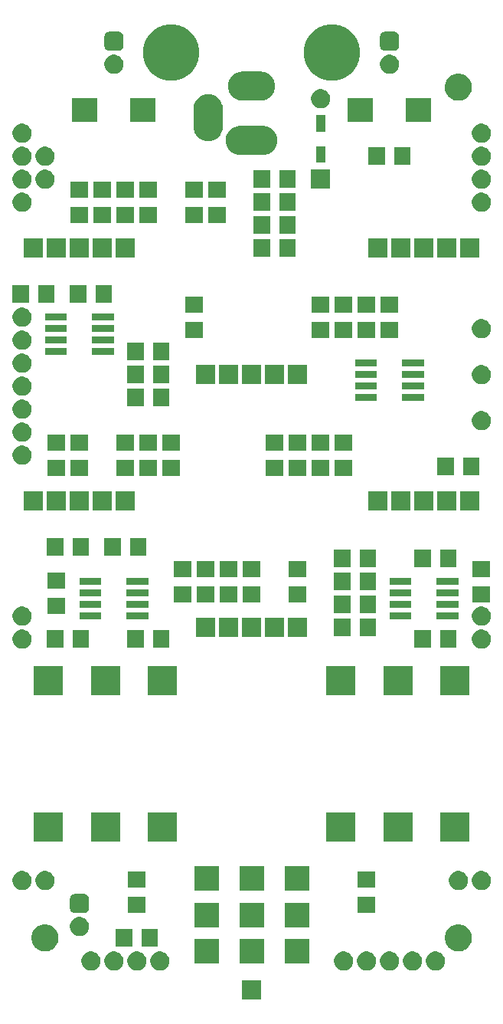
<source format=gbr>
G04 #@! TF.GenerationSoftware,KiCad,Pcbnew,5.1.6-c6e7f7d~87~ubuntu19.10.1*
G04 #@! TF.CreationDate,2023-02-06T06:58:50+06:00*
G04 #@! TF.ProjectId,____________r2a_down-tuned,3a3e3f3a-305f-4373-953c-3b385f723261,2A*
G04 #@! TF.SameCoordinates,Original*
G04 #@! TF.FileFunction,Soldermask,Top*
G04 #@! TF.FilePolarity,Negative*
%FSLAX46Y46*%
G04 Gerber Fmt 4.6, Leading zero omitted, Abs format (unit mm)*
G04 Created by KiCad (PCBNEW 5.1.6-c6e7f7d~87~ubuntu19.10.1) date 2023-02-06 06:58:50*
%MOMM*%
%LPD*%
G01*
G04 APERTURE LIST*
%ADD10C,0.100000*%
G04 APERTURE END LIST*
D10*
G36*
X106460000Y-202345000D02*
G01*
X104360000Y-202345000D01*
X104360000Y-200245000D01*
X106460000Y-200245000D01*
X106460000Y-202345000D01*
G37*
G36*
X126036274Y-197110350D02*
G01*
X126227362Y-197189502D01*
X126399336Y-197304411D01*
X126545589Y-197450664D01*
X126660498Y-197622638D01*
X126739650Y-197813726D01*
X126780000Y-198016584D01*
X126780000Y-198223416D01*
X126739650Y-198426274D01*
X126660498Y-198617362D01*
X126545589Y-198789336D01*
X126399336Y-198935589D01*
X126227362Y-199050498D01*
X126036274Y-199129650D01*
X125833416Y-199170000D01*
X125626584Y-199170000D01*
X125423726Y-199129650D01*
X125232638Y-199050498D01*
X125060664Y-198935589D01*
X124914411Y-198789336D01*
X124799502Y-198617362D01*
X124720350Y-198426274D01*
X124680000Y-198223416D01*
X124680000Y-198016584D01*
X124720350Y-197813726D01*
X124799502Y-197622638D01*
X124914411Y-197450664D01*
X125060664Y-197304411D01*
X125232638Y-197189502D01*
X125423726Y-197110350D01*
X125626584Y-197070000D01*
X125833416Y-197070000D01*
X126036274Y-197110350D01*
G37*
G36*
X87936274Y-197110350D02*
G01*
X88127362Y-197189502D01*
X88299336Y-197304411D01*
X88445589Y-197450664D01*
X88560498Y-197622638D01*
X88639650Y-197813726D01*
X88680000Y-198016584D01*
X88680000Y-198223416D01*
X88639650Y-198426274D01*
X88560498Y-198617362D01*
X88445589Y-198789336D01*
X88299336Y-198935589D01*
X88127362Y-199050498D01*
X87936274Y-199129650D01*
X87733416Y-199170000D01*
X87526584Y-199170000D01*
X87323726Y-199129650D01*
X87132638Y-199050498D01*
X86960664Y-198935589D01*
X86814411Y-198789336D01*
X86699502Y-198617362D01*
X86620350Y-198426274D01*
X86580000Y-198223416D01*
X86580000Y-198016584D01*
X86620350Y-197813726D01*
X86699502Y-197622638D01*
X86814411Y-197450664D01*
X86960664Y-197304411D01*
X87132638Y-197189502D01*
X87323726Y-197110350D01*
X87526584Y-197070000D01*
X87733416Y-197070000D01*
X87936274Y-197110350D01*
G37*
G36*
X90476274Y-197110350D02*
G01*
X90667362Y-197189502D01*
X90839336Y-197304411D01*
X90985589Y-197450664D01*
X91100498Y-197622638D01*
X91179650Y-197813726D01*
X91220000Y-198016584D01*
X91220000Y-198223416D01*
X91179650Y-198426274D01*
X91100498Y-198617362D01*
X90985589Y-198789336D01*
X90839336Y-198935589D01*
X90667362Y-199050498D01*
X90476274Y-199129650D01*
X90273416Y-199170000D01*
X90066584Y-199170000D01*
X89863726Y-199129650D01*
X89672638Y-199050498D01*
X89500664Y-198935589D01*
X89354411Y-198789336D01*
X89239502Y-198617362D01*
X89160350Y-198426274D01*
X89120000Y-198223416D01*
X89120000Y-198016584D01*
X89160350Y-197813726D01*
X89239502Y-197622638D01*
X89354411Y-197450664D01*
X89500664Y-197304411D01*
X89672638Y-197189502D01*
X89863726Y-197110350D01*
X90066584Y-197070000D01*
X90273416Y-197070000D01*
X90476274Y-197110350D01*
G37*
G36*
X93016274Y-197110350D02*
G01*
X93207362Y-197189502D01*
X93379336Y-197304411D01*
X93525589Y-197450664D01*
X93640498Y-197622638D01*
X93719650Y-197813726D01*
X93760000Y-198016584D01*
X93760000Y-198223416D01*
X93719650Y-198426274D01*
X93640498Y-198617362D01*
X93525589Y-198789336D01*
X93379336Y-198935589D01*
X93207362Y-199050498D01*
X93016274Y-199129650D01*
X92813416Y-199170000D01*
X92606584Y-199170000D01*
X92403726Y-199129650D01*
X92212638Y-199050498D01*
X92040664Y-198935589D01*
X91894411Y-198789336D01*
X91779502Y-198617362D01*
X91700350Y-198426274D01*
X91660000Y-198223416D01*
X91660000Y-198016584D01*
X91700350Y-197813726D01*
X91779502Y-197622638D01*
X91894411Y-197450664D01*
X92040664Y-197304411D01*
X92212638Y-197189502D01*
X92403726Y-197110350D01*
X92606584Y-197070000D01*
X92813416Y-197070000D01*
X93016274Y-197110350D01*
G37*
G36*
X123496274Y-197110350D02*
G01*
X123687362Y-197189502D01*
X123859336Y-197304411D01*
X124005589Y-197450664D01*
X124120498Y-197622638D01*
X124199650Y-197813726D01*
X124240000Y-198016584D01*
X124240000Y-198223416D01*
X124199650Y-198426274D01*
X124120498Y-198617362D01*
X124005589Y-198789336D01*
X123859336Y-198935589D01*
X123687362Y-199050498D01*
X123496274Y-199129650D01*
X123293416Y-199170000D01*
X123086584Y-199170000D01*
X122883726Y-199129650D01*
X122692638Y-199050498D01*
X122520664Y-198935589D01*
X122374411Y-198789336D01*
X122259502Y-198617362D01*
X122180350Y-198426274D01*
X122140000Y-198223416D01*
X122140000Y-198016584D01*
X122180350Y-197813726D01*
X122259502Y-197622638D01*
X122374411Y-197450664D01*
X122520664Y-197304411D01*
X122692638Y-197189502D01*
X122883726Y-197110350D01*
X123086584Y-197070000D01*
X123293416Y-197070000D01*
X123496274Y-197110350D01*
G37*
G36*
X118416274Y-197110350D02*
G01*
X118607362Y-197189502D01*
X118779336Y-197304411D01*
X118925589Y-197450664D01*
X119040498Y-197622638D01*
X119119650Y-197813726D01*
X119160000Y-198016584D01*
X119160000Y-198223416D01*
X119119650Y-198426274D01*
X119040498Y-198617362D01*
X118925589Y-198789336D01*
X118779336Y-198935589D01*
X118607362Y-199050498D01*
X118416274Y-199129650D01*
X118213416Y-199170000D01*
X118006584Y-199170000D01*
X117803726Y-199129650D01*
X117612638Y-199050498D01*
X117440664Y-198935589D01*
X117294411Y-198789336D01*
X117179502Y-198617362D01*
X117100350Y-198426274D01*
X117060000Y-198223416D01*
X117060000Y-198016584D01*
X117100350Y-197813726D01*
X117179502Y-197622638D01*
X117294411Y-197450664D01*
X117440664Y-197304411D01*
X117612638Y-197189502D01*
X117803726Y-197110350D01*
X118006584Y-197070000D01*
X118213416Y-197070000D01*
X118416274Y-197110350D01*
G37*
G36*
X120956274Y-197110350D02*
G01*
X121147362Y-197189502D01*
X121319336Y-197304411D01*
X121465589Y-197450664D01*
X121580498Y-197622638D01*
X121659650Y-197813726D01*
X121700000Y-198016584D01*
X121700000Y-198223416D01*
X121659650Y-198426274D01*
X121580498Y-198617362D01*
X121465589Y-198789336D01*
X121319336Y-198935589D01*
X121147362Y-199050498D01*
X120956274Y-199129650D01*
X120753416Y-199170000D01*
X120546584Y-199170000D01*
X120343726Y-199129650D01*
X120152638Y-199050498D01*
X119980664Y-198935589D01*
X119834411Y-198789336D01*
X119719502Y-198617362D01*
X119640350Y-198426274D01*
X119600000Y-198223416D01*
X119600000Y-198016584D01*
X119640350Y-197813726D01*
X119719502Y-197622638D01*
X119834411Y-197450664D01*
X119980664Y-197304411D01*
X120152638Y-197189502D01*
X120343726Y-197110350D01*
X120546584Y-197070000D01*
X120753416Y-197070000D01*
X120956274Y-197110350D01*
G37*
G36*
X95556274Y-197110350D02*
G01*
X95747362Y-197189502D01*
X95919336Y-197304411D01*
X96065589Y-197450664D01*
X96180498Y-197622638D01*
X96259650Y-197813726D01*
X96300000Y-198016584D01*
X96300000Y-198223416D01*
X96259650Y-198426274D01*
X96180498Y-198617362D01*
X96065589Y-198789336D01*
X95919336Y-198935589D01*
X95747362Y-199050498D01*
X95556274Y-199129650D01*
X95353416Y-199170000D01*
X95146584Y-199170000D01*
X94943726Y-199129650D01*
X94752638Y-199050498D01*
X94580664Y-198935589D01*
X94434411Y-198789336D01*
X94319502Y-198617362D01*
X94240350Y-198426274D01*
X94200000Y-198223416D01*
X94200000Y-198016584D01*
X94240350Y-197813726D01*
X94319502Y-197622638D01*
X94434411Y-197450664D01*
X94580664Y-197304411D01*
X94752638Y-197189502D01*
X94943726Y-197110350D01*
X95146584Y-197070000D01*
X95353416Y-197070000D01*
X95556274Y-197110350D01*
G37*
G36*
X115876274Y-197110350D02*
G01*
X116067362Y-197189502D01*
X116239336Y-197304411D01*
X116385589Y-197450664D01*
X116500498Y-197622638D01*
X116579650Y-197813726D01*
X116620000Y-198016584D01*
X116620000Y-198223416D01*
X116579650Y-198426274D01*
X116500498Y-198617362D01*
X116385589Y-198789336D01*
X116239336Y-198935589D01*
X116067362Y-199050498D01*
X115876274Y-199129650D01*
X115673416Y-199170000D01*
X115466584Y-199170000D01*
X115263726Y-199129650D01*
X115072638Y-199050498D01*
X114900664Y-198935589D01*
X114754411Y-198789336D01*
X114639502Y-198617362D01*
X114560350Y-198426274D01*
X114520000Y-198223416D01*
X114520000Y-198016584D01*
X114560350Y-197813726D01*
X114639502Y-197622638D01*
X114754411Y-197450664D01*
X114900664Y-197304411D01*
X115072638Y-197189502D01*
X115263726Y-197110350D01*
X115466584Y-197070000D01*
X115673416Y-197070000D01*
X115876274Y-197110350D01*
G37*
G36*
X111760000Y-198390000D02*
G01*
X109060000Y-198390000D01*
X109060000Y-195690000D01*
X111760000Y-195690000D01*
X111760000Y-198390000D01*
G37*
G36*
X101760000Y-198390000D02*
G01*
X99060000Y-198390000D01*
X99060000Y-195690000D01*
X101760000Y-195690000D01*
X101760000Y-198390000D01*
G37*
G36*
X106760000Y-198390000D02*
G01*
X104060000Y-198390000D01*
X104060000Y-195690000D01*
X106760000Y-195690000D01*
X106760000Y-198390000D01*
G37*
G36*
X128707534Y-194137644D02*
G01*
X128707536Y-194137645D01*
X128707537Y-194137645D01*
X128787491Y-194170763D01*
X128980517Y-194250717D01*
X128980518Y-194250718D01*
X129226193Y-194414872D01*
X129435128Y-194623807D01*
X129557774Y-194807361D01*
X129599283Y-194869483D01*
X129644785Y-194979336D01*
X129705366Y-195125589D01*
X129712356Y-195142466D01*
X129770000Y-195432263D01*
X129770000Y-195727737D01*
X129712356Y-196017534D01*
X129599283Y-196290517D01*
X129599282Y-196290518D01*
X129435128Y-196536193D01*
X129226193Y-196745128D01*
X129029519Y-196876541D01*
X128980517Y-196909283D01*
X128787491Y-196989237D01*
X128707537Y-197022355D01*
X128707536Y-197022355D01*
X128707534Y-197022356D01*
X128417737Y-197080000D01*
X128122263Y-197080000D01*
X127832466Y-197022356D01*
X127832464Y-197022355D01*
X127832463Y-197022355D01*
X127752509Y-196989237D01*
X127559483Y-196909283D01*
X127510481Y-196876541D01*
X127313807Y-196745128D01*
X127104872Y-196536193D01*
X126940718Y-196290518D01*
X126940717Y-196290517D01*
X126827644Y-196017534D01*
X126770000Y-195727737D01*
X126770000Y-195432263D01*
X126827644Y-195142466D01*
X126834635Y-195125589D01*
X126895215Y-194979336D01*
X126940717Y-194869483D01*
X126982226Y-194807361D01*
X127104872Y-194623807D01*
X127313807Y-194414872D01*
X127559482Y-194250718D01*
X127559483Y-194250717D01*
X127752509Y-194170763D01*
X127832463Y-194137645D01*
X127832464Y-194137645D01*
X127832466Y-194137644D01*
X128122263Y-194080000D01*
X128417737Y-194080000D01*
X128707534Y-194137644D01*
G37*
G36*
X82987534Y-194137644D02*
G01*
X82987536Y-194137645D01*
X82987537Y-194137645D01*
X83067491Y-194170763D01*
X83260517Y-194250717D01*
X83260518Y-194250718D01*
X83506193Y-194414872D01*
X83715128Y-194623807D01*
X83837774Y-194807361D01*
X83879283Y-194869483D01*
X83924785Y-194979336D01*
X83985366Y-195125589D01*
X83992356Y-195142466D01*
X84050000Y-195432263D01*
X84050000Y-195727737D01*
X83992356Y-196017534D01*
X83879283Y-196290517D01*
X83879282Y-196290518D01*
X83715128Y-196536193D01*
X83506193Y-196745128D01*
X83309519Y-196876541D01*
X83260517Y-196909283D01*
X83067491Y-196989237D01*
X82987537Y-197022355D01*
X82987536Y-197022355D01*
X82987534Y-197022356D01*
X82697737Y-197080000D01*
X82402263Y-197080000D01*
X82112466Y-197022356D01*
X82112464Y-197022355D01*
X82112463Y-197022355D01*
X82032509Y-196989237D01*
X81839483Y-196909283D01*
X81790481Y-196876541D01*
X81593807Y-196745128D01*
X81384872Y-196536193D01*
X81220718Y-196290518D01*
X81220717Y-196290517D01*
X81107644Y-196017534D01*
X81050000Y-195727737D01*
X81050000Y-195432263D01*
X81107644Y-195142466D01*
X81114635Y-195125589D01*
X81175215Y-194979336D01*
X81220717Y-194869483D01*
X81262226Y-194807361D01*
X81384872Y-194623807D01*
X81593807Y-194414872D01*
X81839482Y-194250718D01*
X81839483Y-194250717D01*
X82032509Y-194170763D01*
X82112463Y-194137645D01*
X82112464Y-194137645D01*
X82112466Y-194137644D01*
X82402263Y-194080000D01*
X82697737Y-194080000D01*
X82987534Y-194137644D01*
G37*
G36*
X92210000Y-196580000D02*
G01*
X90410000Y-196580000D01*
X90410000Y-194580000D01*
X92210000Y-194580000D01*
X92210000Y-196580000D01*
G37*
G36*
X95010000Y-196580000D02*
G01*
X93210000Y-196580000D01*
X93210000Y-194580000D01*
X95010000Y-194580000D01*
X95010000Y-196580000D01*
G37*
G36*
X86666274Y-193300350D02*
G01*
X86857362Y-193379502D01*
X87029336Y-193494411D01*
X87175589Y-193640664D01*
X87290498Y-193812638D01*
X87369650Y-194003726D01*
X87410000Y-194206584D01*
X87410000Y-194413416D01*
X87369650Y-194616274D01*
X87290498Y-194807362D01*
X87175589Y-194979336D01*
X87029336Y-195125589D01*
X86857362Y-195240498D01*
X86666274Y-195319650D01*
X86463416Y-195360000D01*
X86256584Y-195360000D01*
X86053726Y-195319650D01*
X85862638Y-195240498D01*
X85690664Y-195125589D01*
X85544411Y-194979336D01*
X85429502Y-194807362D01*
X85350350Y-194616274D01*
X85310000Y-194413416D01*
X85310000Y-194206584D01*
X85350350Y-194003726D01*
X85429502Y-193812638D01*
X85544411Y-193640664D01*
X85690664Y-193494411D01*
X85862638Y-193379502D01*
X86053726Y-193300350D01*
X86256584Y-193260000D01*
X86463416Y-193260000D01*
X86666274Y-193300350D01*
G37*
G36*
X106760000Y-194390000D02*
G01*
X104060000Y-194390000D01*
X104060000Y-191690000D01*
X106760000Y-191690000D01*
X106760000Y-194390000D01*
G37*
G36*
X101760000Y-194390000D02*
G01*
X99060000Y-194390000D01*
X99060000Y-191690000D01*
X101760000Y-191690000D01*
X101760000Y-194390000D01*
G37*
G36*
X111760000Y-194390000D02*
G01*
X109060000Y-194390000D01*
X109060000Y-191690000D01*
X111760000Y-191690000D01*
X111760000Y-194390000D01*
G37*
G36*
X86935007Y-190731811D02*
G01*
X87045599Y-190765358D01*
X87147517Y-190819834D01*
X87236851Y-190893149D01*
X87310166Y-190982483D01*
X87364642Y-191084401D01*
X87398189Y-191194993D01*
X87410000Y-191314908D01*
X87410000Y-192225092D01*
X87398189Y-192345007D01*
X87364642Y-192455599D01*
X87310166Y-192557517D01*
X87236851Y-192646851D01*
X87147517Y-192720166D01*
X87045599Y-192774642D01*
X86935007Y-192808189D01*
X86815092Y-192820000D01*
X85904908Y-192820000D01*
X85784993Y-192808189D01*
X85674401Y-192774642D01*
X85572483Y-192720166D01*
X85483149Y-192646851D01*
X85409834Y-192557517D01*
X85355358Y-192455599D01*
X85321811Y-192345007D01*
X85310000Y-192225092D01*
X85310000Y-191314908D01*
X85321811Y-191194993D01*
X85355358Y-191084401D01*
X85409834Y-190982483D01*
X85483149Y-190893149D01*
X85572483Y-190819834D01*
X85674401Y-190765358D01*
X85784993Y-190731811D01*
X85904908Y-190720000D01*
X86815092Y-190720000D01*
X86935007Y-190731811D01*
G37*
G36*
X93710000Y-192800000D02*
G01*
X91710000Y-192800000D01*
X91710000Y-191000000D01*
X93710000Y-191000000D01*
X93710000Y-192800000D01*
G37*
G36*
X119110000Y-192800000D02*
G01*
X117110000Y-192800000D01*
X117110000Y-191000000D01*
X119110000Y-191000000D01*
X119110000Y-192800000D01*
G37*
G36*
X101760000Y-190390000D02*
G01*
X99060000Y-190390000D01*
X99060000Y-187690000D01*
X101760000Y-187690000D01*
X101760000Y-190390000D01*
G37*
G36*
X106760000Y-190390000D02*
G01*
X104060000Y-190390000D01*
X104060000Y-187690000D01*
X106760000Y-187690000D01*
X106760000Y-190390000D01*
G37*
G36*
X111760000Y-190390000D02*
G01*
X109060000Y-190390000D01*
X109060000Y-187690000D01*
X111760000Y-187690000D01*
X111760000Y-190390000D01*
G37*
G36*
X80316274Y-188220350D02*
G01*
X80507362Y-188299502D01*
X80679336Y-188414411D01*
X80825589Y-188560664D01*
X80940498Y-188732638D01*
X81019650Y-188923726D01*
X81060000Y-189126584D01*
X81060000Y-189333416D01*
X81019650Y-189536274D01*
X80940498Y-189727362D01*
X80825589Y-189899336D01*
X80679336Y-190045589D01*
X80507362Y-190160498D01*
X80316274Y-190239650D01*
X80113416Y-190280000D01*
X79906584Y-190280000D01*
X79703726Y-190239650D01*
X79512638Y-190160498D01*
X79340664Y-190045589D01*
X79194411Y-189899336D01*
X79079502Y-189727362D01*
X79000350Y-189536274D01*
X78960000Y-189333416D01*
X78960000Y-189126584D01*
X79000350Y-188923726D01*
X79079502Y-188732638D01*
X79194411Y-188560664D01*
X79340664Y-188414411D01*
X79512638Y-188299502D01*
X79703726Y-188220350D01*
X79906584Y-188180000D01*
X80113416Y-188180000D01*
X80316274Y-188220350D01*
G37*
G36*
X82856274Y-188220350D02*
G01*
X83047362Y-188299502D01*
X83219336Y-188414411D01*
X83365589Y-188560664D01*
X83480498Y-188732638D01*
X83559650Y-188923726D01*
X83600000Y-189126584D01*
X83600000Y-189333416D01*
X83559650Y-189536274D01*
X83480498Y-189727362D01*
X83365589Y-189899336D01*
X83219336Y-190045589D01*
X83047362Y-190160498D01*
X82856274Y-190239650D01*
X82653416Y-190280000D01*
X82446584Y-190280000D01*
X82243726Y-190239650D01*
X82052638Y-190160498D01*
X81880664Y-190045589D01*
X81734411Y-189899336D01*
X81619502Y-189727362D01*
X81540350Y-189536274D01*
X81500000Y-189333416D01*
X81500000Y-189126584D01*
X81540350Y-188923726D01*
X81619502Y-188732638D01*
X81734411Y-188560664D01*
X81880664Y-188414411D01*
X82052638Y-188299502D01*
X82243726Y-188220350D01*
X82446584Y-188180000D01*
X82653416Y-188180000D01*
X82856274Y-188220350D01*
G37*
G36*
X128576274Y-188220350D02*
G01*
X128767362Y-188299502D01*
X128939336Y-188414411D01*
X129085589Y-188560664D01*
X129200498Y-188732638D01*
X129279650Y-188923726D01*
X129320000Y-189126584D01*
X129320000Y-189333416D01*
X129279650Y-189536274D01*
X129200498Y-189727362D01*
X129085589Y-189899336D01*
X128939336Y-190045589D01*
X128767362Y-190160498D01*
X128576274Y-190239650D01*
X128373416Y-190280000D01*
X128166584Y-190280000D01*
X127963726Y-190239650D01*
X127772638Y-190160498D01*
X127600664Y-190045589D01*
X127454411Y-189899336D01*
X127339502Y-189727362D01*
X127260350Y-189536274D01*
X127220000Y-189333416D01*
X127220000Y-189126584D01*
X127260350Y-188923726D01*
X127339502Y-188732638D01*
X127454411Y-188560664D01*
X127600664Y-188414411D01*
X127772638Y-188299502D01*
X127963726Y-188220350D01*
X128166584Y-188180000D01*
X128373416Y-188180000D01*
X128576274Y-188220350D01*
G37*
G36*
X131116274Y-188220350D02*
G01*
X131307362Y-188299502D01*
X131479336Y-188414411D01*
X131625589Y-188560664D01*
X131740498Y-188732638D01*
X131819650Y-188923726D01*
X131860000Y-189126584D01*
X131860000Y-189333416D01*
X131819650Y-189536274D01*
X131740498Y-189727362D01*
X131625589Y-189899336D01*
X131479336Y-190045589D01*
X131307362Y-190160498D01*
X131116274Y-190239650D01*
X130913416Y-190280000D01*
X130706584Y-190280000D01*
X130503726Y-190239650D01*
X130312638Y-190160498D01*
X130140664Y-190045589D01*
X129994411Y-189899336D01*
X129879502Y-189727362D01*
X129800350Y-189536274D01*
X129760000Y-189333416D01*
X129760000Y-189126584D01*
X129800350Y-188923726D01*
X129879502Y-188732638D01*
X129994411Y-188560664D01*
X130140664Y-188414411D01*
X130312638Y-188299502D01*
X130503726Y-188220350D01*
X130706584Y-188180000D01*
X130913416Y-188180000D01*
X131116274Y-188220350D01*
G37*
G36*
X93710000Y-190000000D02*
G01*
X91710000Y-190000000D01*
X91710000Y-188200000D01*
X93710000Y-188200000D01*
X93710000Y-190000000D01*
G37*
G36*
X119110000Y-190000000D02*
G01*
X117110000Y-190000000D01*
X117110000Y-188200000D01*
X119110000Y-188200000D01*
X119110000Y-190000000D01*
G37*
G36*
X129480000Y-184960000D02*
G01*
X126280000Y-184960000D01*
X126280000Y-181760000D01*
X129480000Y-181760000D01*
X129480000Y-184960000D01*
G37*
G36*
X123180000Y-184960000D02*
G01*
X119980000Y-184960000D01*
X119980000Y-181760000D01*
X123180000Y-181760000D01*
X123180000Y-184960000D01*
G37*
G36*
X116880000Y-184960000D02*
G01*
X113680000Y-184960000D01*
X113680000Y-181760000D01*
X116880000Y-181760000D01*
X116880000Y-184960000D01*
G37*
G36*
X97140000Y-184960000D02*
G01*
X93940000Y-184960000D01*
X93940000Y-181760000D01*
X97140000Y-181760000D01*
X97140000Y-184960000D01*
G37*
G36*
X84540000Y-184960000D02*
G01*
X81340000Y-184960000D01*
X81340000Y-181760000D01*
X84540000Y-181760000D01*
X84540000Y-184960000D01*
G37*
G36*
X90840000Y-184960000D02*
G01*
X87640000Y-184960000D01*
X87640000Y-181760000D01*
X90840000Y-181760000D01*
X90840000Y-184960000D01*
G37*
G36*
X116880000Y-168760000D02*
G01*
X113680000Y-168760000D01*
X113680000Y-165560000D01*
X116880000Y-165560000D01*
X116880000Y-168760000D01*
G37*
G36*
X97140000Y-168760000D02*
G01*
X93940000Y-168760000D01*
X93940000Y-165560000D01*
X97140000Y-165560000D01*
X97140000Y-168760000D01*
G37*
G36*
X90840000Y-168760000D02*
G01*
X87640000Y-168760000D01*
X87640000Y-165560000D01*
X90840000Y-165560000D01*
X90840000Y-168760000D01*
G37*
G36*
X84540000Y-168760000D02*
G01*
X81340000Y-168760000D01*
X81340000Y-165560000D01*
X84540000Y-165560000D01*
X84540000Y-168760000D01*
G37*
G36*
X123180000Y-168760000D02*
G01*
X119980000Y-168760000D01*
X119980000Y-165560000D01*
X123180000Y-165560000D01*
X123180000Y-168760000D01*
G37*
G36*
X129480000Y-168760000D02*
G01*
X126280000Y-168760000D01*
X126280000Y-165560000D01*
X129480000Y-165560000D01*
X129480000Y-168760000D01*
G37*
G36*
X131116274Y-161550350D02*
G01*
X131307362Y-161629502D01*
X131479336Y-161744411D01*
X131625589Y-161890664D01*
X131740498Y-162062638D01*
X131819650Y-162253726D01*
X131860000Y-162456584D01*
X131860000Y-162663416D01*
X131819650Y-162866274D01*
X131740498Y-163057362D01*
X131625589Y-163229336D01*
X131479336Y-163375589D01*
X131307362Y-163490498D01*
X131116274Y-163569650D01*
X130913416Y-163610000D01*
X130706584Y-163610000D01*
X130503726Y-163569650D01*
X130312638Y-163490498D01*
X130140664Y-163375589D01*
X129994411Y-163229336D01*
X129879502Y-163057362D01*
X129800350Y-162866274D01*
X129760000Y-162663416D01*
X129760000Y-162456584D01*
X129800350Y-162253726D01*
X129879502Y-162062638D01*
X129994411Y-161890664D01*
X130140664Y-161744411D01*
X130312638Y-161629502D01*
X130503726Y-161550350D01*
X130706584Y-161510000D01*
X130913416Y-161510000D01*
X131116274Y-161550350D01*
G37*
G36*
X80316274Y-161550350D02*
G01*
X80507362Y-161629502D01*
X80679336Y-161744411D01*
X80825589Y-161890664D01*
X80940498Y-162062638D01*
X81019650Y-162253726D01*
X81060000Y-162456584D01*
X81060000Y-162663416D01*
X81019650Y-162866274D01*
X80940498Y-163057362D01*
X80825589Y-163229336D01*
X80679336Y-163375589D01*
X80507362Y-163490498D01*
X80316274Y-163569650D01*
X80113416Y-163610000D01*
X79906584Y-163610000D01*
X79703726Y-163569650D01*
X79512638Y-163490498D01*
X79340664Y-163375589D01*
X79194411Y-163229336D01*
X79079502Y-163057362D01*
X79000350Y-162866274D01*
X78960000Y-162663416D01*
X78960000Y-162456584D01*
X79000350Y-162253726D01*
X79079502Y-162062638D01*
X79194411Y-161890664D01*
X79340664Y-161744411D01*
X79512638Y-161629502D01*
X79703726Y-161550350D01*
X79906584Y-161510000D01*
X80113416Y-161510000D01*
X80316274Y-161550350D01*
G37*
G36*
X84590000Y-163560000D02*
G01*
X82790000Y-163560000D01*
X82790000Y-161560000D01*
X84590000Y-161560000D01*
X84590000Y-163560000D01*
G37*
G36*
X96280000Y-163560000D02*
G01*
X94480000Y-163560000D01*
X94480000Y-161560000D01*
X96280000Y-161560000D01*
X96280000Y-163560000D01*
G37*
G36*
X93480000Y-163560000D02*
G01*
X91680000Y-163560000D01*
X91680000Y-161560000D01*
X93480000Y-161560000D01*
X93480000Y-163560000D01*
G37*
G36*
X128030000Y-163560000D02*
G01*
X126230000Y-163560000D01*
X126230000Y-161560000D01*
X128030000Y-161560000D01*
X128030000Y-163560000D01*
G37*
G36*
X125230000Y-163560000D02*
G01*
X123430000Y-163560000D01*
X123430000Y-161560000D01*
X125230000Y-161560000D01*
X125230000Y-163560000D01*
G37*
G36*
X87390000Y-163560000D02*
G01*
X85590000Y-163560000D01*
X85590000Y-161560000D01*
X87390000Y-161560000D01*
X87390000Y-163560000D01*
G37*
G36*
X111540000Y-162340000D02*
G01*
X109440000Y-162340000D01*
X109440000Y-160240000D01*
X111540000Y-160240000D01*
X111540000Y-162340000D01*
G37*
G36*
X109000000Y-162340000D02*
G01*
X106900000Y-162340000D01*
X106900000Y-160240000D01*
X109000000Y-160240000D01*
X109000000Y-162340000D01*
G37*
G36*
X106460000Y-162340000D02*
G01*
X104360000Y-162340000D01*
X104360000Y-160240000D01*
X106460000Y-160240000D01*
X106460000Y-162340000D01*
G37*
G36*
X103920000Y-162340000D02*
G01*
X101820000Y-162340000D01*
X101820000Y-160240000D01*
X103920000Y-160240000D01*
X103920000Y-162340000D01*
G37*
G36*
X101380000Y-162340000D02*
G01*
X99280000Y-162340000D01*
X99280000Y-160240000D01*
X101380000Y-160240000D01*
X101380000Y-162340000D01*
G37*
G36*
X116340000Y-162290000D02*
G01*
X114540000Y-162290000D01*
X114540000Y-160290000D01*
X116340000Y-160290000D01*
X116340000Y-162290000D01*
G37*
G36*
X119140000Y-162290000D02*
G01*
X117340000Y-162290000D01*
X117340000Y-160290000D01*
X119140000Y-160290000D01*
X119140000Y-162290000D01*
G37*
G36*
X80316274Y-159010350D02*
G01*
X80507362Y-159089502D01*
X80679336Y-159204411D01*
X80825589Y-159350664D01*
X80940498Y-159522638D01*
X81019650Y-159713726D01*
X81060000Y-159916584D01*
X81060000Y-160123416D01*
X81019650Y-160326274D01*
X80940498Y-160517362D01*
X80825589Y-160689336D01*
X80679336Y-160835589D01*
X80507362Y-160950498D01*
X80316274Y-161029650D01*
X80113416Y-161070000D01*
X79906584Y-161070000D01*
X79703726Y-161029650D01*
X79512638Y-160950498D01*
X79340664Y-160835589D01*
X79194411Y-160689336D01*
X79079502Y-160517362D01*
X79000350Y-160326274D01*
X78960000Y-160123416D01*
X78960000Y-159916584D01*
X79000350Y-159713726D01*
X79079502Y-159522638D01*
X79194411Y-159350664D01*
X79340664Y-159204411D01*
X79512638Y-159089502D01*
X79703726Y-159010350D01*
X79906584Y-158970000D01*
X80113416Y-158970000D01*
X80316274Y-159010350D01*
G37*
G36*
X131116274Y-159010350D02*
G01*
X131307362Y-159089502D01*
X131479336Y-159204411D01*
X131625589Y-159350664D01*
X131740498Y-159522638D01*
X131819650Y-159713726D01*
X131860000Y-159916584D01*
X131860000Y-160123416D01*
X131819650Y-160326274D01*
X131740498Y-160517362D01*
X131625589Y-160689336D01*
X131479336Y-160835589D01*
X131307362Y-160950498D01*
X131116274Y-161029650D01*
X130913416Y-161070000D01*
X130706584Y-161070000D01*
X130503726Y-161029650D01*
X130312638Y-160950498D01*
X130140664Y-160835589D01*
X129994411Y-160689336D01*
X129879502Y-160517362D01*
X129800350Y-160326274D01*
X129760000Y-160123416D01*
X129760000Y-159916584D01*
X129800350Y-159713726D01*
X129879502Y-159522638D01*
X129994411Y-159350664D01*
X130140664Y-159204411D01*
X130312638Y-159089502D01*
X130503726Y-159010350D01*
X130706584Y-158970000D01*
X130913416Y-158970000D01*
X131116274Y-159010350D01*
G37*
G36*
X123060000Y-160420000D02*
G01*
X120660000Y-160420000D01*
X120660000Y-159620000D01*
X123060000Y-159620000D01*
X123060000Y-160420000D01*
G37*
G36*
X93970000Y-160420000D02*
G01*
X91570000Y-160420000D01*
X91570000Y-159620000D01*
X93970000Y-159620000D01*
X93970000Y-160420000D01*
G37*
G36*
X88770000Y-160420000D02*
G01*
X86370000Y-160420000D01*
X86370000Y-159620000D01*
X88770000Y-159620000D01*
X88770000Y-160420000D01*
G37*
G36*
X128260000Y-160420000D02*
G01*
X125860000Y-160420000D01*
X125860000Y-159620000D01*
X128260000Y-159620000D01*
X128260000Y-160420000D01*
G37*
G36*
X84820000Y-159780000D02*
G01*
X82820000Y-159780000D01*
X82820000Y-157980000D01*
X84820000Y-157980000D01*
X84820000Y-159780000D01*
G37*
G36*
X116340000Y-159750000D02*
G01*
X114540000Y-159750000D01*
X114540000Y-157750000D01*
X116340000Y-157750000D01*
X116340000Y-159750000D01*
G37*
G36*
X119140000Y-159750000D02*
G01*
X117340000Y-159750000D01*
X117340000Y-157750000D01*
X119140000Y-157750000D01*
X119140000Y-159750000D01*
G37*
G36*
X93970000Y-159150000D02*
G01*
X91570000Y-159150000D01*
X91570000Y-158350000D01*
X93970000Y-158350000D01*
X93970000Y-159150000D01*
G37*
G36*
X88770000Y-159150000D02*
G01*
X86370000Y-159150000D01*
X86370000Y-158350000D01*
X88770000Y-158350000D01*
X88770000Y-159150000D01*
G37*
G36*
X123060000Y-159150000D02*
G01*
X120660000Y-159150000D01*
X120660000Y-158350000D01*
X123060000Y-158350000D01*
X123060000Y-159150000D01*
G37*
G36*
X128260000Y-159150000D02*
G01*
X125860000Y-159150000D01*
X125860000Y-158350000D01*
X128260000Y-158350000D01*
X128260000Y-159150000D01*
G37*
G36*
X103870000Y-158510000D02*
G01*
X101870000Y-158510000D01*
X101870000Y-156710000D01*
X103870000Y-156710000D01*
X103870000Y-158510000D01*
G37*
G36*
X131810000Y-158510000D02*
G01*
X129810000Y-158510000D01*
X129810000Y-156710000D01*
X131810000Y-156710000D01*
X131810000Y-158510000D01*
G37*
G36*
X111490000Y-158510000D02*
G01*
X109490000Y-158510000D01*
X109490000Y-156710000D01*
X111490000Y-156710000D01*
X111490000Y-158510000D01*
G37*
G36*
X106410000Y-158510000D02*
G01*
X104410000Y-158510000D01*
X104410000Y-156710000D01*
X106410000Y-156710000D01*
X106410000Y-158510000D01*
G37*
G36*
X101330000Y-158510000D02*
G01*
X99330000Y-158510000D01*
X99330000Y-156710000D01*
X101330000Y-156710000D01*
X101330000Y-158510000D01*
G37*
G36*
X98790000Y-158510000D02*
G01*
X96790000Y-158510000D01*
X96790000Y-156710000D01*
X98790000Y-156710000D01*
X98790000Y-158510000D01*
G37*
G36*
X123060000Y-157880000D02*
G01*
X120660000Y-157880000D01*
X120660000Y-157080000D01*
X123060000Y-157080000D01*
X123060000Y-157880000D01*
G37*
G36*
X128260000Y-157880000D02*
G01*
X125860000Y-157880000D01*
X125860000Y-157080000D01*
X128260000Y-157080000D01*
X128260000Y-157880000D01*
G37*
G36*
X88770000Y-157880000D02*
G01*
X86370000Y-157880000D01*
X86370000Y-157080000D01*
X88770000Y-157080000D01*
X88770000Y-157880000D01*
G37*
G36*
X93970000Y-157880000D02*
G01*
X91570000Y-157880000D01*
X91570000Y-157080000D01*
X93970000Y-157080000D01*
X93970000Y-157880000D01*
G37*
G36*
X119140000Y-157210000D02*
G01*
X117340000Y-157210000D01*
X117340000Y-155210000D01*
X119140000Y-155210000D01*
X119140000Y-157210000D01*
G37*
G36*
X116340000Y-157210000D02*
G01*
X114540000Y-157210000D01*
X114540000Y-155210000D01*
X116340000Y-155210000D01*
X116340000Y-157210000D01*
G37*
G36*
X84820000Y-156980000D02*
G01*
X82820000Y-156980000D01*
X82820000Y-155180000D01*
X84820000Y-155180000D01*
X84820000Y-156980000D01*
G37*
G36*
X123060000Y-156610000D02*
G01*
X120660000Y-156610000D01*
X120660000Y-155810000D01*
X123060000Y-155810000D01*
X123060000Y-156610000D01*
G37*
G36*
X128260000Y-156610000D02*
G01*
X125860000Y-156610000D01*
X125860000Y-155810000D01*
X128260000Y-155810000D01*
X128260000Y-156610000D01*
G37*
G36*
X93970000Y-156610000D02*
G01*
X91570000Y-156610000D01*
X91570000Y-155810000D01*
X93970000Y-155810000D01*
X93970000Y-156610000D01*
G37*
G36*
X88770000Y-156610000D02*
G01*
X86370000Y-156610000D01*
X86370000Y-155810000D01*
X88770000Y-155810000D01*
X88770000Y-156610000D01*
G37*
G36*
X103870000Y-155710000D02*
G01*
X101870000Y-155710000D01*
X101870000Y-153910000D01*
X103870000Y-153910000D01*
X103870000Y-155710000D01*
G37*
G36*
X101330000Y-155710000D02*
G01*
X99330000Y-155710000D01*
X99330000Y-153910000D01*
X101330000Y-153910000D01*
X101330000Y-155710000D01*
G37*
G36*
X106410000Y-155710000D02*
G01*
X104410000Y-155710000D01*
X104410000Y-153910000D01*
X106410000Y-153910000D01*
X106410000Y-155710000D01*
G37*
G36*
X111490000Y-155710000D02*
G01*
X109490000Y-155710000D01*
X109490000Y-153910000D01*
X111490000Y-153910000D01*
X111490000Y-155710000D01*
G37*
G36*
X98790000Y-155710000D02*
G01*
X96790000Y-155710000D01*
X96790000Y-153910000D01*
X98790000Y-153910000D01*
X98790000Y-155710000D01*
G37*
G36*
X131810000Y-155710000D02*
G01*
X129810000Y-155710000D01*
X129810000Y-153910000D01*
X131810000Y-153910000D01*
X131810000Y-155710000D01*
G37*
G36*
X119140000Y-154670000D02*
G01*
X117340000Y-154670000D01*
X117340000Y-152670000D01*
X119140000Y-152670000D01*
X119140000Y-154670000D01*
G37*
G36*
X116340000Y-154670000D02*
G01*
X114540000Y-154670000D01*
X114540000Y-152670000D01*
X116340000Y-152670000D01*
X116340000Y-154670000D01*
G37*
G36*
X125230000Y-154670000D02*
G01*
X123430000Y-154670000D01*
X123430000Y-152670000D01*
X125230000Y-152670000D01*
X125230000Y-154670000D01*
G37*
G36*
X128030000Y-154670000D02*
G01*
X126230000Y-154670000D01*
X126230000Y-152670000D01*
X128030000Y-152670000D01*
X128030000Y-154670000D01*
G37*
G36*
X93740000Y-153400000D02*
G01*
X91940000Y-153400000D01*
X91940000Y-151400000D01*
X93740000Y-151400000D01*
X93740000Y-153400000D01*
G37*
G36*
X84590000Y-153400000D02*
G01*
X82790000Y-153400000D01*
X82790000Y-151400000D01*
X84590000Y-151400000D01*
X84590000Y-153400000D01*
G37*
G36*
X87390000Y-153400000D02*
G01*
X85590000Y-153400000D01*
X85590000Y-151400000D01*
X87390000Y-151400000D01*
X87390000Y-153400000D01*
G37*
G36*
X90940000Y-153400000D02*
G01*
X89140000Y-153400000D01*
X89140000Y-151400000D01*
X90940000Y-151400000D01*
X90940000Y-153400000D01*
G37*
G36*
X128050000Y-148370000D02*
G01*
X125950000Y-148370000D01*
X125950000Y-146270000D01*
X128050000Y-146270000D01*
X128050000Y-148370000D01*
G37*
G36*
X82330000Y-148370000D02*
G01*
X80230000Y-148370000D01*
X80230000Y-146270000D01*
X82330000Y-146270000D01*
X82330000Y-148370000D01*
G37*
G36*
X84870000Y-148370000D02*
G01*
X82770000Y-148370000D01*
X82770000Y-146270000D01*
X84870000Y-146270000D01*
X84870000Y-148370000D01*
G37*
G36*
X87410000Y-148370000D02*
G01*
X85310000Y-148370000D01*
X85310000Y-146270000D01*
X87410000Y-146270000D01*
X87410000Y-148370000D01*
G37*
G36*
X122970000Y-148370000D02*
G01*
X120870000Y-148370000D01*
X120870000Y-146270000D01*
X122970000Y-146270000D01*
X122970000Y-148370000D01*
G37*
G36*
X89950000Y-148370000D02*
G01*
X87850000Y-148370000D01*
X87850000Y-146270000D01*
X89950000Y-146270000D01*
X89950000Y-148370000D01*
G37*
G36*
X92490000Y-148370000D02*
G01*
X90390000Y-148370000D01*
X90390000Y-146270000D01*
X92490000Y-146270000D01*
X92490000Y-148370000D01*
G37*
G36*
X120430000Y-148370000D02*
G01*
X118330000Y-148370000D01*
X118330000Y-146270000D01*
X120430000Y-146270000D01*
X120430000Y-148370000D01*
G37*
G36*
X125510000Y-148370000D02*
G01*
X123410000Y-148370000D01*
X123410000Y-146270000D01*
X125510000Y-146270000D01*
X125510000Y-148370000D01*
G37*
G36*
X130590000Y-148370000D02*
G01*
X128490000Y-148370000D01*
X128490000Y-146270000D01*
X130590000Y-146270000D01*
X130590000Y-148370000D01*
G37*
G36*
X108950000Y-144540000D02*
G01*
X106950000Y-144540000D01*
X106950000Y-142740000D01*
X108950000Y-142740000D01*
X108950000Y-144540000D01*
G37*
G36*
X84820000Y-144540000D02*
G01*
X82820000Y-144540000D01*
X82820000Y-142740000D01*
X84820000Y-142740000D01*
X84820000Y-144540000D01*
G37*
G36*
X87360000Y-144540000D02*
G01*
X85360000Y-144540000D01*
X85360000Y-142740000D01*
X87360000Y-142740000D01*
X87360000Y-144540000D01*
G37*
G36*
X94980000Y-144540000D02*
G01*
X92980000Y-144540000D01*
X92980000Y-142740000D01*
X94980000Y-142740000D01*
X94980000Y-144540000D01*
G37*
G36*
X92440000Y-144540000D02*
G01*
X90440000Y-144540000D01*
X90440000Y-142740000D01*
X92440000Y-142740000D01*
X92440000Y-144540000D01*
G37*
G36*
X114030000Y-144540000D02*
G01*
X112030000Y-144540000D01*
X112030000Y-142740000D01*
X114030000Y-142740000D01*
X114030000Y-144540000D01*
G37*
G36*
X116570000Y-144540000D02*
G01*
X114570000Y-144540000D01*
X114570000Y-142740000D01*
X116570000Y-142740000D01*
X116570000Y-144540000D01*
G37*
G36*
X111490000Y-144540000D02*
G01*
X109490000Y-144540000D01*
X109490000Y-142740000D01*
X111490000Y-142740000D01*
X111490000Y-144540000D01*
G37*
G36*
X97520000Y-144540000D02*
G01*
X95520000Y-144540000D01*
X95520000Y-142740000D01*
X97520000Y-142740000D01*
X97520000Y-144540000D01*
G37*
G36*
X127770000Y-144510000D02*
G01*
X125970000Y-144510000D01*
X125970000Y-142510000D01*
X127770000Y-142510000D01*
X127770000Y-144510000D01*
G37*
G36*
X130570000Y-144510000D02*
G01*
X128770000Y-144510000D01*
X128770000Y-142510000D01*
X130570000Y-142510000D01*
X130570000Y-144510000D01*
G37*
G36*
X80316274Y-141230350D02*
G01*
X80507362Y-141309502D01*
X80679336Y-141424411D01*
X80825589Y-141570664D01*
X80940498Y-141742638D01*
X81019650Y-141933726D01*
X81060000Y-142136584D01*
X81060000Y-142343416D01*
X81019650Y-142546274D01*
X80940498Y-142737362D01*
X80825589Y-142909336D01*
X80679336Y-143055589D01*
X80507362Y-143170498D01*
X80316274Y-143249650D01*
X80113416Y-143290000D01*
X79906584Y-143290000D01*
X79703726Y-143249650D01*
X79512638Y-143170498D01*
X79340664Y-143055589D01*
X79194411Y-142909336D01*
X79079502Y-142737362D01*
X79000350Y-142546274D01*
X78960000Y-142343416D01*
X78960000Y-142136584D01*
X79000350Y-141933726D01*
X79079502Y-141742638D01*
X79194411Y-141570664D01*
X79340664Y-141424411D01*
X79512638Y-141309502D01*
X79703726Y-141230350D01*
X79906584Y-141190000D01*
X80113416Y-141190000D01*
X80316274Y-141230350D01*
G37*
G36*
X92440000Y-141740000D02*
G01*
X90440000Y-141740000D01*
X90440000Y-139940000D01*
X92440000Y-139940000D01*
X92440000Y-141740000D01*
G37*
G36*
X97520000Y-141740000D02*
G01*
X95520000Y-141740000D01*
X95520000Y-139940000D01*
X97520000Y-139940000D01*
X97520000Y-141740000D01*
G37*
G36*
X84820000Y-141740000D02*
G01*
X82820000Y-141740000D01*
X82820000Y-139940000D01*
X84820000Y-139940000D01*
X84820000Y-141740000D01*
G37*
G36*
X87360000Y-141740000D02*
G01*
X85360000Y-141740000D01*
X85360000Y-139940000D01*
X87360000Y-139940000D01*
X87360000Y-141740000D01*
G37*
G36*
X114030000Y-141740000D02*
G01*
X112030000Y-141740000D01*
X112030000Y-139940000D01*
X114030000Y-139940000D01*
X114030000Y-141740000D01*
G37*
G36*
X108950000Y-141740000D02*
G01*
X106950000Y-141740000D01*
X106950000Y-139940000D01*
X108950000Y-139940000D01*
X108950000Y-141740000D01*
G37*
G36*
X94980000Y-141740000D02*
G01*
X92980000Y-141740000D01*
X92980000Y-139940000D01*
X94980000Y-139940000D01*
X94980000Y-141740000D01*
G37*
G36*
X116570000Y-141740000D02*
G01*
X114570000Y-141740000D01*
X114570000Y-139940000D01*
X116570000Y-139940000D01*
X116570000Y-141740000D01*
G37*
G36*
X111490000Y-141740000D02*
G01*
X109490000Y-141740000D01*
X109490000Y-139940000D01*
X111490000Y-139940000D01*
X111490000Y-141740000D01*
G37*
G36*
X80316274Y-138690350D02*
G01*
X80507362Y-138769502D01*
X80679336Y-138884411D01*
X80825589Y-139030664D01*
X80940498Y-139202638D01*
X81019650Y-139393726D01*
X81060000Y-139596584D01*
X81060000Y-139803416D01*
X81019650Y-140006274D01*
X80940498Y-140197362D01*
X80825589Y-140369336D01*
X80679336Y-140515589D01*
X80507362Y-140630498D01*
X80316274Y-140709650D01*
X80113416Y-140750000D01*
X79906584Y-140750000D01*
X79703726Y-140709650D01*
X79512638Y-140630498D01*
X79340664Y-140515589D01*
X79194411Y-140369336D01*
X79079502Y-140197362D01*
X79000350Y-140006274D01*
X78960000Y-139803416D01*
X78960000Y-139596584D01*
X79000350Y-139393726D01*
X79079502Y-139202638D01*
X79194411Y-139030664D01*
X79340664Y-138884411D01*
X79512638Y-138769502D01*
X79703726Y-138690350D01*
X79906584Y-138650000D01*
X80113416Y-138650000D01*
X80316274Y-138690350D01*
G37*
G36*
X131116274Y-137420350D02*
G01*
X131307362Y-137499502D01*
X131479336Y-137614411D01*
X131625589Y-137760664D01*
X131740498Y-137932638D01*
X131819650Y-138123726D01*
X131860000Y-138326584D01*
X131860000Y-138533416D01*
X131819650Y-138736274D01*
X131740498Y-138927362D01*
X131625589Y-139099336D01*
X131479336Y-139245589D01*
X131307362Y-139360498D01*
X131116274Y-139439650D01*
X130913416Y-139480000D01*
X130706584Y-139480000D01*
X130503726Y-139439650D01*
X130312638Y-139360498D01*
X130140664Y-139245589D01*
X129994411Y-139099336D01*
X129879502Y-138927362D01*
X129800350Y-138736274D01*
X129760000Y-138533416D01*
X129760000Y-138326584D01*
X129800350Y-138123726D01*
X129879502Y-137932638D01*
X129994411Y-137760664D01*
X130140664Y-137614411D01*
X130312638Y-137499502D01*
X130503726Y-137420350D01*
X130706584Y-137380000D01*
X130913416Y-137380000D01*
X131116274Y-137420350D01*
G37*
G36*
X80316274Y-136150350D02*
G01*
X80507362Y-136229502D01*
X80679336Y-136344411D01*
X80825589Y-136490664D01*
X80940498Y-136662638D01*
X81019650Y-136853726D01*
X81060000Y-137056584D01*
X81060000Y-137263416D01*
X81019650Y-137466274D01*
X80940498Y-137657362D01*
X80825589Y-137829336D01*
X80679336Y-137975589D01*
X80507362Y-138090498D01*
X80316274Y-138169650D01*
X80113416Y-138210000D01*
X79906584Y-138210000D01*
X79703726Y-138169650D01*
X79512638Y-138090498D01*
X79340664Y-137975589D01*
X79194411Y-137829336D01*
X79079502Y-137657362D01*
X79000350Y-137466274D01*
X78960000Y-137263416D01*
X78960000Y-137056584D01*
X79000350Y-136853726D01*
X79079502Y-136662638D01*
X79194411Y-136490664D01*
X79340664Y-136344411D01*
X79512638Y-136229502D01*
X79703726Y-136150350D01*
X79906584Y-136110000D01*
X80113416Y-136110000D01*
X80316274Y-136150350D01*
G37*
G36*
X93480000Y-136890000D02*
G01*
X91680000Y-136890000D01*
X91680000Y-134890000D01*
X93480000Y-134890000D01*
X93480000Y-136890000D01*
G37*
G36*
X96280000Y-136890000D02*
G01*
X94480000Y-136890000D01*
X94480000Y-134890000D01*
X96280000Y-134890000D01*
X96280000Y-136890000D01*
G37*
G36*
X119250000Y-136290000D02*
G01*
X116850000Y-136290000D01*
X116850000Y-135490000D01*
X119250000Y-135490000D01*
X119250000Y-136290000D01*
G37*
G36*
X124450000Y-136290000D02*
G01*
X122050000Y-136290000D01*
X122050000Y-135490000D01*
X124450000Y-135490000D01*
X124450000Y-136290000D01*
G37*
G36*
X80316274Y-133610350D02*
G01*
X80507362Y-133689502D01*
X80679336Y-133804411D01*
X80825589Y-133950664D01*
X80940498Y-134122638D01*
X81019650Y-134313726D01*
X81060000Y-134516584D01*
X81060000Y-134723416D01*
X81019650Y-134926274D01*
X80940498Y-135117362D01*
X80825589Y-135289336D01*
X80679336Y-135435589D01*
X80507362Y-135550498D01*
X80316274Y-135629650D01*
X80113416Y-135670000D01*
X79906584Y-135670000D01*
X79703726Y-135629650D01*
X79512638Y-135550498D01*
X79340664Y-135435589D01*
X79194411Y-135289336D01*
X79079502Y-135117362D01*
X79000350Y-134926274D01*
X78960000Y-134723416D01*
X78960000Y-134516584D01*
X79000350Y-134313726D01*
X79079502Y-134122638D01*
X79194411Y-133950664D01*
X79340664Y-133804411D01*
X79512638Y-133689502D01*
X79703726Y-133610350D01*
X79906584Y-133570000D01*
X80113416Y-133570000D01*
X80316274Y-133610350D01*
G37*
G36*
X124450000Y-135020000D02*
G01*
X122050000Y-135020000D01*
X122050000Y-134220000D01*
X124450000Y-134220000D01*
X124450000Y-135020000D01*
G37*
G36*
X119250000Y-135020000D02*
G01*
X116850000Y-135020000D01*
X116850000Y-134220000D01*
X119250000Y-134220000D01*
X119250000Y-135020000D01*
G37*
G36*
X131116274Y-132340350D02*
G01*
X131307362Y-132419502D01*
X131479336Y-132534411D01*
X131625589Y-132680664D01*
X131740498Y-132852638D01*
X131819650Y-133043726D01*
X131860000Y-133246584D01*
X131860000Y-133453416D01*
X131819650Y-133656274D01*
X131740498Y-133847362D01*
X131625589Y-134019336D01*
X131479336Y-134165589D01*
X131307362Y-134280498D01*
X131116274Y-134359650D01*
X130913416Y-134400000D01*
X130706584Y-134400000D01*
X130503726Y-134359650D01*
X130312638Y-134280498D01*
X130140664Y-134165589D01*
X129994411Y-134019336D01*
X129879502Y-133847362D01*
X129800350Y-133656274D01*
X129760000Y-133453416D01*
X129760000Y-133246584D01*
X129800350Y-133043726D01*
X129879502Y-132852638D01*
X129994411Y-132680664D01*
X130140664Y-132534411D01*
X130312638Y-132419502D01*
X130503726Y-132340350D01*
X130706584Y-132300000D01*
X130913416Y-132300000D01*
X131116274Y-132340350D01*
G37*
G36*
X109000000Y-134400000D02*
G01*
X106900000Y-134400000D01*
X106900000Y-132300000D01*
X109000000Y-132300000D01*
X109000000Y-134400000D01*
G37*
G36*
X111540000Y-134400000D02*
G01*
X109440000Y-134400000D01*
X109440000Y-132300000D01*
X111540000Y-132300000D01*
X111540000Y-134400000D01*
G37*
G36*
X103920000Y-134400000D02*
G01*
X101820000Y-134400000D01*
X101820000Y-132300000D01*
X103920000Y-132300000D01*
X103920000Y-134400000D01*
G37*
G36*
X101380000Y-134400000D02*
G01*
X99280000Y-134400000D01*
X99280000Y-132300000D01*
X101380000Y-132300000D01*
X101380000Y-134400000D01*
G37*
G36*
X106460000Y-134400000D02*
G01*
X104360000Y-134400000D01*
X104360000Y-132300000D01*
X106460000Y-132300000D01*
X106460000Y-134400000D01*
G37*
G36*
X93480000Y-134350000D02*
G01*
X91680000Y-134350000D01*
X91680000Y-132350000D01*
X93480000Y-132350000D01*
X93480000Y-134350000D01*
G37*
G36*
X96280000Y-134350000D02*
G01*
X94480000Y-134350000D01*
X94480000Y-132350000D01*
X96280000Y-132350000D01*
X96280000Y-134350000D01*
G37*
G36*
X119250000Y-133750000D02*
G01*
X116850000Y-133750000D01*
X116850000Y-132950000D01*
X119250000Y-132950000D01*
X119250000Y-133750000D01*
G37*
G36*
X124450000Y-133750000D02*
G01*
X122050000Y-133750000D01*
X122050000Y-132950000D01*
X124450000Y-132950000D01*
X124450000Y-133750000D01*
G37*
G36*
X80316274Y-131070350D02*
G01*
X80507362Y-131149502D01*
X80679336Y-131264411D01*
X80825589Y-131410664D01*
X80940498Y-131582638D01*
X81019650Y-131773726D01*
X81060000Y-131976584D01*
X81060000Y-132183416D01*
X81019650Y-132386274D01*
X80940498Y-132577362D01*
X80825589Y-132749336D01*
X80679336Y-132895589D01*
X80507362Y-133010498D01*
X80316274Y-133089650D01*
X80113416Y-133130000D01*
X79906584Y-133130000D01*
X79703726Y-133089650D01*
X79512638Y-133010498D01*
X79340664Y-132895589D01*
X79194411Y-132749336D01*
X79079502Y-132577362D01*
X79000350Y-132386274D01*
X78960000Y-132183416D01*
X78960000Y-131976584D01*
X79000350Y-131773726D01*
X79079502Y-131582638D01*
X79194411Y-131410664D01*
X79340664Y-131264411D01*
X79512638Y-131149502D01*
X79703726Y-131070350D01*
X79906584Y-131030000D01*
X80113416Y-131030000D01*
X80316274Y-131070350D01*
G37*
G36*
X119250000Y-132480000D02*
G01*
X116850000Y-132480000D01*
X116850000Y-131680000D01*
X119250000Y-131680000D01*
X119250000Y-132480000D01*
G37*
G36*
X124450000Y-132480000D02*
G01*
X122050000Y-132480000D01*
X122050000Y-131680000D01*
X124450000Y-131680000D01*
X124450000Y-132480000D01*
G37*
G36*
X96280000Y-131810000D02*
G01*
X94480000Y-131810000D01*
X94480000Y-129810000D01*
X96280000Y-129810000D01*
X96280000Y-131810000D01*
G37*
G36*
X93480000Y-131810000D02*
G01*
X91680000Y-131810000D01*
X91680000Y-129810000D01*
X93480000Y-129810000D01*
X93480000Y-131810000D01*
G37*
G36*
X84960000Y-131210000D02*
G01*
X82560000Y-131210000D01*
X82560000Y-130410000D01*
X84960000Y-130410000D01*
X84960000Y-131210000D01*
G37*
G36*
X90160000Y-131210000D02*
G01*
X87760000Y-131210000D01*
X87760000Y-130410000D01*
X90160000Y-130410000D01*
X90160000Y-131210000D01*
G37*
G36*
X80316274Y-128530350D02*
G01*
X80507362Y-128609502D01*
X80679336Y-128724411D01*
X80825589Y-128870664D01*
X80940498Y-129042638D01*
X81019650Y-129233726D01*
X81060000Y-129436584D01*
X81060000Y-129643416D01*
X81019650Y-129846274D01*
X80940498Y-130037362D01*
X80825589Y-130209336D01*
X80679336Y-130355589D01*
X80507362Y-130470498D01*
X80316274Y-130549650D01*
X80113416Y-130590000D01*
X79906584Y-130590000D01*
X79703726Y-130549650D01*
X79512638Y-130470498D01*
X79340664Y-130355589D01*
X79194411Y-130209336D01*
X79079502Y-130037362D01*
X79000350Y-129846274D01*
X78960000Y-129643416D01*
X78960000Y-129436584D01*
X79000350Y-129233726D01*
X79079502Y-129042638D01*
X79194411Y-128870664D01*
X79340664Y-128724411D01*
X79512638Y-128609502D01*
X79703726Y-128530350D01*
X79906584Y-128490000D01*
X80113416Y-128490000D01*
X80316274Y-128530350D01*
G37*
G36*
X90160000Y-129940000D02*
G01*
X87760000Y-129940000D01*
X87760000Y-129140000D01*
X90160000Y-129140000D01*
X90160000Y-129940000D01*
G37*
G36*
X84960000Y-129940000D02*
G01*
X82560000Y-129940000D01*
X82560000Y-129140000D01*
X84960000Y-129140000D01*
X84960000Y-129940000D01*
G37*
G36*
X131116274Y-127260350D02*
G01*
X131307362Y-127339502D01*
X131479336Y-127454411D01*
X131625589Y-127600664D01*
X131740498Y-127772638D01*
X131819650Y-127963726D01*
X131860000Y-128166584D01*
X131860000Y-128373416D01*
X131819650Y-128576274D01*
X131740498Y-128767362D01*
X131625589Y-128939336D01*
X131479336Y-129085589D01*
X131307362Y-129200498D01*
X131116274Y-129279650D01*
X130913416Y-129320000D01*
X130706584Y-129320000D01*
X130503726Y-129279650D01*
X130312638Y-129200498D01*
X130140664Y-129085589D01*
X129994411Y-128939336D01*
X129879502Y-128767362D01*
X129800350Y-128576274D01*
X129760000Y-128373416D01*
X129760000Y-128166584D01*
X129800350Y-127963726D01*
X129879502Y-127772638D01*
X129994411Y-127600664D01*
X130140664Y-127454411D01*
X130312638Y-127339502D01*
X130503726Y-127260350D01*
X130706584Y-127220000D01*
X130913416Y-127220000D01*
X131116274Y-127260350D01*
G37*
G36*
X121650000Y-129300000D02*
G01*
X119650000Y-129300000D01*
X119650000Y-127500000D01*
X121650000Y-127500000D01*
X121650000Y-129300000D01*
G37*
G36*
X119110000Y-129300000D02*
G01*
X117110000Y-129300000D01*
X117110000Y-127500000D01*
X119110000Y-127500000D01*
X119110000Y-129300000D01*
G37*
G36*
X114030000Y-129300000D02*
G01*
X112030000Y-129300000D01*
X112030000Y-127500000D01*
X114030000Y-127500000D01*
X114030000Y-129300000D01*
G37*
G36*
X100060000Y-129300000D02*
G01*
X98060000Y-129300000D01*
X98060000Y-127500000D01*
X100060000Y-127500000D01*
X100060000Y-129300000D01*
G37*
G36*
X116570000Y-129300000D02*
G01*
X114570000Y-129300000D01*
X114570000Y-127500000D01*
X116570000Y-127500000D01*
X116570000Y-129300000D01*
G37*
G36*
X84960000Y-128670000D02*
G01*
X82560000Y-128670000D01*
X82560000Y-127870000D01*
X84960000Y-127870000D01*
X84960000Y-128670000D01*
G37*
G36*
X90160000Y-128670000D02*
G01*
X87760000Y-128670000D01*
X87760000Y-127870000D01*
X90160000Y-127870000D01*
X90160000Y-128670000D01*
G37*
G36*
X80316274Y-125990350D02*
G01*
X80507362Y-126069502D01*
X80679336Y-126184411D01*
X80825589Y-126330664D01*
X80940498Y-126502638D01*
X81019650Y-126693726D01*
X81060000Y-126896584D01*
X81060000Y-127103416D01*
X81019650Y-127306274D01*
X80940498Y-127497362D01*
X80825589Y-127669336D01*
X80679336Y-127815589D01*
X80507362Y-127930498D01*
X80316274Y-128009650D01*
X80113416Y-128050000D01*
X79906584Y-128050000D01*
X79703726Y-128009650D01*
X79512638Y-127930498D01*
X79340664Y-127815589D01*
X79194411Y-127669336D01*
X79079502Y-127497362D01*
X79000350Y-127306274D01*
X78960000Y-127103416D01*
X78960000Y-126896584D01*
X79000350Y-126693726D01*
X79079502Y-126502638D01*
X79194411Y-126330664D01*
X79340664Y-126184411D01*
X79512638Y-126069502D01*
X79703726Y-125990350D01*
X79906584Y-125950000D01*
X80113416Y-125950000D01*
X80316274Y-125990350D01*
G37*
G36*
X84960000Y-127400000D02*
G01*
X82560000Y-127400000D01*
X82560000Y-126600000D01*
X84960000Y-126600000D01*
X84960000Y-127400000D01*
G37*
G36*
X90160000Y-127400000D02*
G01*
X87760000Y-127400000D01*
X87760000Y-126600000D01*
X90160000Y-126600000D01*
X90160000Y-127400000D01*
G37*
G36*
X121650000Y-126500000D02*
G01*
X119650000Y-126500000D01*
X119650000Y-124700000D01*
X121650000Y-124700000D01*
X121650000Y-126500000D01*
G37*
G36*
X114030000Y-126500000D02*
G01*
X112030000Y-126500000D01*
X112030000Y-124700000D01*
X114030000Y-124700000D01*
X114030000Y-126500000D01*
G37*
G36*
X100060000Y-126500000D02*
G01*
X98060000Y-126500000D01*
X98060000Y-124700000D01*
X100060000Y-124700000D01*
X100060000Y-126500000D01*
G37*
G36*
X116570000Y-126500000D02*
G01*
X114570000Y-126500000D01*
X114570000Y-124700000D01*
X116570000Y-124700000D01*
X116570000Y-126500000D01*
G37*
G36*
X119110000Y-126500000D02*
G01*
X117110000Y-126500000D01*
X117110000Y-124700000D01*
X119110000Y-124700000D01*
X119110000Y-126500000D01*
G37*
G36*
X80780000Y-125460000D02*
G01*
X78980000Y-125460000D01*
X78980000Y-123460000D01*
X80780000Y-123460000D01*
X80780000Y-125460000D01*
G37*
G36*
X83580000Y-125460000D02*
G01*
X81780000Y-125460000D01*
X81780000Y-123460000D01*
X83580000Y-123460000D01*
X83580000Y-125460000D01*
G37*
G36*
X89930000Y-125460000D02*
G01*
X88130000Y-125460000D01*
X88130000Y-123460000D01*
X89930000Y-123460000D01*
X89930000Y-125460000D01*
G37*
G36*
X87130000Y-125460000D02*
G01*
X85330000Y-125460000D01*
X85330000Y-123460000D01*
X87130000Y-123460000D01*
X87130000Y-125460000D01*
G37*
G36*
X120430000Y-120430000D02*
G01*
X118330000Y-120430000D01*
X118330000Y-118330000D01*
X120430000Y-118330000D01*
X120430000Y-120430000D01*
G37*
G36*
X128050000Y-120430000D02*
G01*
X125950000Y-120430000D01*
X125950000Y-118330000D01*
X128050000Y-118330000D01*
X128050000Y-120430000D01*
G37*
G36*
X122970000Y-120430000D02*
G01*
X120870000Y-120430000D01*
X120870000Y-118330000D01*
X122970000Y-118330000D01*
X122970000Y-120430000D01*
G37*
G36*
X125510000Y-120430000D02*
G01*
X123410000Y-120430000D01*
X123410000Y-118330000D01*
X125510000Y-118330000D01*
X125510000Y-120430000D01*
G37*
G36*
X130590000Y-120430000D02*
G01*
X128490000Y-120430000D01*
X128490000Y-118330000D01*
X130590000Y-118330000D01*
X130590000Y-120430000D01*
G37*
G36*
X92490000Y-120430000D02*
G01*
X90390000Y-120430000D01*
X90390000Y-118330000D01*
X92490000Y-118330000D01*
X92490000Y-120430000D01*
G37*
G36*
X89950000Y-120430000D02*
G01*
X87850000Y-120430000D01*
X87850000Y-118330000D01*
X89950000Y-118330000D01*
X89950000Y-120430000D01*
G37*
G36*
X87410000Y-120430000D02*
G01*
X85310000Y-120430000D01*
X85310000Y-118330000D01*
X87410000Y-118330000D01*
X87410000Y-120430000D01*
G37*
G36*
X84870000Y-120430000D02*
G01*
X82770000Y-120430000D01*
X82770000Y-118330000D01*
X84870000Y-118330000D01*
X84870000Y-120430000D01*
G37*
G36*
X82330000Y-120430000D02*
G01*
X80230000Y-120430000D01*
X80230000Y-118330000D01*
X82330000Y-118330000D01*
X82330000Y-120430000D01*
G37*
G36*
X107450000Y-120380000D02*
G01*
X105650000Y-120380000D01*
X105650000Y-118380000D01*
X107450000Y-118380000D01*
X107450000Y-120380000D01*
G37*
G36*
X110250000Y-120380000D02*
G01*
X108450000Y-120380000D01*
X108450000Y-118380000D01*
X110250000Y-118380000D01*
X110250000Y-120380000D01*
G37*
G36*
X107450000Y-117840000D02*
G01*
X105650000Y-117840000D01*
X105650000Y-115840000D01*
X107450000Y-115840000D01*
X107450000Y-117840000D01*
G37*
G36*
X110250000Y-117840000D02*
G01*
X108450000Y-117840000D01*
X108450000Y-115840000D01*
X110250000Y-115840000D01*
X110250000Y-117840000D01*
G37*
G36*
X102600000Y-116600000D02*
G01*
X100600000Y-116600000D01*
X100600000Y-114800000D01*
X102600000Y-114800000D01*
X102600000Y-116600000D01*
G37*
G36*
X89900000Y-116600000D02*
G01*
X87900000Y-116600000D01*
X87900000Y-114800000D01*
X89900000Y-114800000D01*
X89900000Y-116600000D01*
G37*
G36*
X100060000Y-116600000D02*
G01*
X98060000Y-116600000D01*
X98060000Y-114800000D01*
X100060000Y-114800000D01*
X100060000Y-116600000D01*
G37*
G36*
X94980000Y-116600000D02*
G01*
X92980000Y-116600000D01*
X92980000Y-114800000D01*
X94980000Y-114800000D01*
X94980000Y-116600000D01*
G37*
G36*
X92440000Y-116600000D02*
G01*
X90440000Y-116600000D01*
X90440000Y-114800000D01*
X92440000Y-114800000D01*
X92440000Y-116600000D01*
G37*
G36*
X87360000Y-116600000D02*
G01*
X85360000Y-116600000D01*
X85360000Y-114800000D01*
X87360000Y-114800000D01*
X87360000Y-116600000D01*
G37*
G36*
X80316274Y-113290350D02*
G01*
X80507362Y-113369502D01*
X80679336Y-113484411D01*
X80825589Y-113630664D01*
X80940498Y-113802638D01*
X81019650Y-113993726D01*
X81060000Y-114196584D01*
X81060000Y-114403416D01*
X81019650Y-114606274D01*
X80940498Y-114797362D01*
X80825589Y-114969336D01*
X80679336Y-115115589D01*
X80507362Y-115230498D01*
X80316274Y-115309650D01*
X80113416Y-115350000D01*
X79906584Y-115350000D01*
X79703726Y-115309650D01*
X79512638Y-115230498D01*
X79340664Y-115115589D01*
X79194411Y-114969336D01*
X79079502Y-114797362D01*
X79000350Y-114606274D01*
X78960000Y-114403416D01*
X78960000Y-114196584D01*
X79000350Y-113993726D01*
X79079502Y-113802638D01*
X79194411Y-113630664D01*
X79340664Y-113484411D01*
X79512638Y-113369502D01*
X79703726Y-113290350D01*
X79906584Y-113250000D01*
X80113416Y-113250000D01*
X80316274Y-113290350D01*
G37*
G36*
X131116274Y-113290350D02*
G01*
X131307362Y-113369502D01*
X131479336Y-113484411D01*
X131625589Y-113630664D01*
X131740498Y-113802638D01*
X131819650Y-113993726D01*
X131860000Y-114196584D01*
X131860000Y-114403416D01*
X131819650Y-114606274D01*
X131740498Y-114797362D01*
X131625589Y-114969336D01*
X131479336Y-115115589D01*
X131307362Y-115230498D01*
X131116274Y-115309650D01*
X130913416Y-115350000D01*
X130706584Y-115350000D01*
X130503726Y-115309650D01*
X130312638Y-115230498D01*
X130140664Y-115115589D01*
X129994411Y-114969336D01*
X129879502Y-114797362D01*
X129800350Y-114606274D01*
X129760000Y-114403416D01*
X129760000Y-114196584D01*
X129800350Y-113993726D01*
X129879502Y-113802638D01*
X129994411Y-113630664D01*
X130140664Y-113484411D01*
X130312638Y-113369502D01*
X130503726Y-113290350D01*
X130706584Y-113250000D01*
X130913416Y-113250000D01*
X131116274Y-113290350D01*
G37*
G36*
X110250000Y-115300000D02*
G01*
X108450000Y-115300000D01*
X108450000Y-113300000D01*
X110250000Y-113300000D01*
X110250000Y-115300000D01*
G37*
G36*
X107450000Y-115300000D02*
G01*
X105650000Y-115300000D01*
X105650000Y-113300000D01*
X107450000Y-113300000D01*
X107450000Y-115300000D01*
G37*
G36*
X102600000Y-113800000D02*
G01*
X100600000Y-113800000D01*
X100600000Y-112000000D01*
X102600000Y-112000000D01*
X102600000Y-113800000D01*
G37*
G36*
X94980000Y-113800000D02*
G01*
X92980000Y-113800000D01*
X92980000Y-112000000D01*
X94980000Y-112000000D01*
X94980000Y-113800000D01*
G37*
G36*
X92440000Y-113800000D02*
G01*
X90440000Y-113800000D01*
X90440000Y-112000000D01*
X92440000Y-112000000D01*
X92440000Y-113800000D01*
G37*
G36*
X89900000Y-113800000D02*
G01*
X87900000Y-113800000D01*
X87900000Y-112000000D01*
X89900000Y-112000000D01*
X89900000Y-113800000D01*
G37*
G36*
X87360000Y-113800000D02*
G01*
X85360000Y-113800000D01*
X85360000Y-112000000D01*
X87360000Y-112000000D01*
X87360000Y-113800000D01*
G37*
G36*
X100060000Y-113800000D02*
G01*
X98060000Y-113800000D01*
X98060000Y-112000000D01*
X100060000Y-112000000D01*
X100060000Y-113800000D01*
G37*
G36*
X80316274Y-110750350D02*
G01*
X80507362Y-110829502D01*
X80679336Y-110944411D01*
X80825589Y-111090664D01*
X80940498Y-111262638D01*
X81019650Y-111453726D01*
X81060000Y-111656584D01*
X81060000Y-111863416D01*
X81019650Y-112066274D01*
X80940498Y-112257362D01*
X80825589Y-112429336D01*
X80679336Y-112575589D01*
X80507362Y-112690498D01*
X80316274Y-112769650D01*
X80113416Y-112810000D01*
X79906584Y-112810000D01*
X79703726Y-112769650D01*
X79512638Y-112690498D01*
X79340664Y-112575589D01*
X79194411Y-112429336D01*
X79079502Y-112257362D01*
X79000350Y-112066274D01*
X78960000Y-111863416D01*
X78960000Y-111656584D01*
X79000350Y-111453726D01*
X79079502Y-111262638D01*
X79194411Y-111090664D01*
X79340664Y-110944411D01*
X79512638Y-110829502D01*
X79703726Y-110750350D01*
X79906584Y-110710000D01*
X80113416Y-110710000D01*
X80316274Y-110750350D01*
G37*
G36*
X114080000Y-112810000D02*
G01*
X111980000Y-112810000D01*
X111980000Y-110710000D01*
X114080000Y-110710000D01*
X114080000Y-112810000D01*
G37*
G36*
X82856274Y-110750350D02*
G01*
X83047362Y-110829502D01*
X83219336Y-110944411D01*
X83365589Y-111090664D01*
X83480498Y-111262638D01*
X83559650Y-111453726D01*
X83600000Y-111656584D01*
X83600000Y-111863416D01*
X83559650Y-112066274D01*
X83480498Y-112257362D01*
X83365589Y-112429336D01*
X83219336Y-112575589D01*
X83047362Y-112690498D01*
X82856274Y-112769650D01*
X82653416Y-112810000D01*
X82446584Y-112810000D01*
X82243726Y-112769650D01*
X82052638Y-112690498D01*
X81880664Y-112575589D01*
X81734411Y-112429336D01*
X81619502Y-112257362D01*
X81540350Y-112066274D01*
X81500000Y-111863416D01*
X81500000Y-111656584D01*
X81540350Y-111453726D01*
X81619502Y-111262638D01*
X81734411Y-111090664D01*
X81880664Y-110944411D01*
X82052638Y-110829502D01*
X82243726Y-110750350D01*
X82446584Y-110710000D01*
X82653416Y-110710000D01*
X82856274Y-110750350D01*
G37*
G36*
X131116274Y-110750350D02*
G01*
X131307362Y-110829502D01*
X131479336Y-110944411D01*
X131625589Y-111090664D01*
X131740498Y-111262638D01*
X131819650Y-111453726D01*
X131860000Y-111656584D01*
X131860000Y-111863416D01*
X131819650Y-112066274D01*
X131740498Y-112257362D01*
X131625589Y-112429336D01*
X131479336Y-112575589D01*
X131307362Y-112690498D01*
X131116274Y-112769650D01*
X130913416Y-112810000D01*
X130706584Y-112810000D01*
X130503726Y-112769650D01*
X130312638Y-112690498D01*
X130140664Y-112575589D01*
X129994411Y-112429336D01*
X129879502Y-112257362D01*
X129800350Y-112066274D01*
X129760000Y-111863416D01*
X129760000Y-111656584D01*
X129800350Y-111453726D01*
X129879502Y-111262638D01*
X129994411Y-111090664D01*
X130140664Y-110944411D01*
X130312638Y-110829502D01*
X130503726Y-110750350D01*
X130706584Y-110710000D01*
X130913416Y-110710000D01*
X131116274Y-110750350D01*
G37*
G36*
X110250000Y-112760000D02*
G01*
X108450000Y-112760000D01*
X108450000Y-110760000D01*
X110250000Y-110760000D01*
X110250000Y-112760000D01*
G37*
G36*
X107450000Y-112760000D02*
G01*
X105650000Y-112760000D01*
X105650000Y-110760000D01*
X107450000Y-110760000D01*
X107450000Y-112760000D01*
G37*
G36*
X80316274Y-108210350D02*
G01*
X80507362Y-108289502D01*
X80679336Y-108404411D01*
X80825589Y-108550664D01*
X80940498Y-108722638D01*
X81019650Y-108913726D01*
X81060000Y-109116584D01*
X81060000Y-109323416D01*
X81019650Y-109526274D01*
X80940498Y-109717362D01*
X80825589Y-109889336D01*
X80679336Y-110035589D01*
X80507362Y-110150498D01*
X80316274Y-110229650D01*
X80113416Y-110270000D01*
X79906584Y-110270000D01*
X79703726Y-110229650D01*
X79512638Y-110150498D01*
X79340664Y-110035589D01*
X79194411Y-109889336D01*
X79079502Y-109717362D01*
X79000350Y-109526274D01*
X78960000Y-109323416D01*
X78960000Y-109116584D01*
X79000350Y-108913726D01*
X79079502Y-108722638D01*
X79194411Y-108550664D01*
X79340664Y-108404411D01*
X79512638Y-108289502D01*
X79703726Y-108210350D01*
X79906584Y-108170000D01*
X80113416Y-108170000D01*
X80316274Y-108210350D01*
G37*
G36*
X82856274Y-108210350D02*
G01*
X83047362Y-108289502D01*
X83219336Y-108404411D01*
X83365589Y-108550664D01*
X83480498Y-108722638D01*
X83559650Y-108913726D01*
X83600000Y-109116584D01*
X83600000Y-109323416D01*
X83559650Y-109526274D01*
X83480498Y-109717362D01*
X83365589Y-109889336D01*
X83219336Y-110035589D01*
X83047362Y-110150498D01*
X82856274Y-110229650D01*
X82653416Y-110270000D01*
X82446584Y-110270000D01*
X82243726Y-110229650D01*
X82052638Y-110150498D01*
X81880664Y-110035589D01*
X81734411Y-109889336D01*
X81619502Y-109717362D01*
X81540350Y-109526274D01*
X81500000Y-109323416D01*
X81500000Y-109116584D01*
X81540350Y-108913726D01*
X81619502Y-108722638D01*
X81734411Y-108550664D01*
X81880664Y-108404411D01*
X82052638Y-108289502D01*
X82243726Y-108210350D01*
X82446584Y-108170000D01*
X82653416Y-108170000D01*
X82856274Y-108210350D01*
G37*
G36*
X131116274Y-108210350D02*
G01*
X131307362Y-108289502D01*
X131479336Y-108404411D01*
X131625589Y-108550664D01*
X131740498Y-108722638D01*
X131819650Y-108913726D01*
X131860000Y-109116584D01*
X131860000Y-109323416D01*
X131819650Y-109526274D01*
X131740498Y-109717362D01*
X131625589Y-109889336D01*
X131479336Y-110035589D01*
X131307362Y-110150498D01*
X131116274Y-110229650D01*
X130913416Y-110270000D01*
X130706584Y-110270000D01*
X130503726Y-110229650D01*
X130312638Y-110150498D01*
X130140664Y-110035589D01*
X129994411Y-109889336D01*
X129879502Y-109717362D01*
X129800350Y-109526274D01*
X129760000Y-109323416D01*
X129760000Y-109116584D01*
X129800350Y-108913726D01*
X129879502Y-108722638D01*
X129994411Y-108550664D01*
X130140664Y-108404411D01*
X130312638Y-108289502D01*
X130503726Y-108210350D01*
X130706584Y-108170000D01*
X130913416Y-108170000D01*
X131116274Y-108210350D01*
G37*
G36*
X122950000Y-110220000D02*
G01*
X121150000Y-110220000D01*
X121150000Y-108220000D01*
X122950000Y-108220000D01*
X122950000Y-110220000D01*
G37*
G36*
X120150000Y-110220000D02*
G01*
X118350000Y-110220000D01*
X118350000Y-108220000D01*
X120150000Y-108220000D01*
X120150000Y-110220000D01*
G37*
G36*
X113530000Y-109915000D02*
G01*
X112530000Y-109915000D01*
X112530000Y-108115000D01*
X113530000Y-108115000D01*
X113530000Y-109915000D01*
G37*
G36*
X106906496Y-105896536D02*
G01*
X106973655Y-105903151D01*
X107174722Y-105964144D01*
X107275257Y-105994641D01*
X107553215Y-106143213D01*
X107796845Y-106343155D01*
X107996787Y-106586785D01*
X108145359Y-106864743D01*
X108145359Y-106864744D01*
X108236849Y-107166345D01*
X108236849Y-107166347D01*
X108267742Y-107480000D01*
X108243118Y-107730000D01*
X108236849Y-107793655D01*
X108175856Y-107994722D01*
X108145359Y-108095257D01*
X107996787Y-108373215D01*
X107796845Y-108616845D01*
X107553215Y-108816787D01*
X107275257Y-108965359D01*
X107174722Y-108995856D01*
X106973655Y-109056849D01*
X106906496Y-109063464D01*
X106738602Y-109080000D01*
X104081398Y-109080000D01*
X103913504Y-109063464D01*
X103846345Y-109056849D01*
X103645278Y-108995856D01*
X103544743Y-108965359D01*
X103266785Y-108816787D01*
X103023155Y-108616845D01*
X102823213Y-108373215D01*
X102674641Y-108095257D01*
X102644144Y-107994722D01*
X102583151Y-107793655D01*
X102576882Y-107730000D01*
X102552258Y-107480000D01*
X102583151Y-107166347D01*
X102583151Y-107166345D01*
X102674641Y-106864744D01*
X102674641Y-106864743D01*
X102823213Y-106586785D01*
X103023155Y-106343155D01*
X103266785Y-106143213D01*
X103544743Y-105994641D01*
X103645278Y-105964144D01*
X103846345Y-105903151D01*
X103913504Y-105896536D01*
X104081398Y-105880000D01*
X106738602Y-105880000D01*
X106906496Y-105896536D01*
G37*
G36*
X131116274Y-105670350D02*
G01*
X131307362Y-105749502D01*
X131479336Y-105864411D01*
X131625589Y-106010664D01*
X131740498Y-106182638D01*
X131819650Y-106373726D01*
X131860000Y-106576584D01*
X131860000Y-106783416D01*
X131819650Y-106986274D01*
X131740498Y-107177362D01*
X131625589Y-107349336D01*
X131479336Y-107495589D01*
X131307362Y-107610498D01*
X131116274Y-107689650D01*
X130913416Y-107730000D01*
X130706584Y-107730000D01*
X130503726Y-107689650D01*
X130312638Y-107610498D01*
X130140664Y-107495589D01*
X129994411Y-107349336D01*
X129879502Y-107177362D01*
X129800350Y-106986274D01*
X129760000Y-106783416D01*
X129760000Y-106576584D01*
X129800350Y-106373726D01*
X129879502Y-106182638D01*
X129994411Y-106010664D01*
X130140664Y-105864411D01*
X130312638Y-105749502D01*
X130503726Y-105670350D01*
X130706584Y-105630000D01*
X130913416Y-105630000D01*
X131116274Y-105670350D01*
G37*
G36*
X80316274Y-105670350D02*
G01*
X80507362Y-105749502D01*
X80679336Y-105864411D01*
X80825589Y-106010664D01*
X80940498Y-106182638D01*
X81019650Y-106373726D01*
X81060000Y-106576584D01*
X81060000Y-106783416D01*
X81019650Y-106986274D01*
X80940498Y-107177362D01*
X80825589Y-107349336D01*
X80679336Y-107495589D01*
X80507362Y-107610498D01*
X80316274Y-107689650D01*
X80113416Y-107730000D01*
X79906584Y-107730000D01*
X79703726Y-107689650D01*
X79512638Y-107610498D01*
X79340664Y-107495589D01*
X79194411Y-107349336D01*
X79079502Y-107177362D01*
X79000350Y-106986274D01*
X78960000Y-106783416D01*
X78960000Y-106576584D01*
X79000350Y-106373726D01*
X79079502Y-106182638D01*
X79194411Y-106010664D01*
X79340664Y-105864411D01*
X79512638Y-105749502D01*
X79703726Y-105670350D01*
X79906584Y-105630000D01*
X80113416Y-105630000D01*
X80316274Y-105670350D01*
G37*
G36*
X100872037Y-102398067D02*
G01*
X100923655Y-102403151D01*
X101124722Y-102464144D01*
X101225257Y-102494641D01*
X101503215Y-102643213D01*
X101746845Y-102843155D01*
X101946787Y-103086785D01*
X102095359Y-103364743D01*
X102095359Y-103364744D01*
X102186849Y-103666345D01*
X102186849Y-103666347D01*
X102207858Y-103879648D01*
X102210000Y-103901403D01*
X102210000Y-106058597D01*
X102186849Y-106293655D01*
X102125856Y-106494722D01*
X102095359Y-106595257D01*
X101946787Y-106873215D01*
X101746848Y-107116842D01*
X101746846Y-107116843D01*
X101746845Y-107116845D01*
X101503212Y-107316788D01*
X101503210Y-107316789D01*
X101225256Y-107465359D01*
X101125607Y-107495587D01*
X100923654Y-107556849D01*
X100872036Y-107561933D01*
X100610000Y-107587742D01*
X100347963Y-107561933D01*
X100296345Y-107556849D01*
X100094392Y-107495587D01*
X99994743Y-107465359D01*
X99716785Y-107316787D01*
X99473158Y-107116848D01*
X99473157Y-107116846D01*
X99473155Y-107116845D01*
X99273212Y-106873212D01*
X99124642Y-106595257D01*
X99124641Y-106595256D01*
X99048167Y-106343155D01*
X99033151Y-106293654D01*
X99018334Y-106143212D01*
X99010000Y-106058601D01*
X99010001Y-103901398D01*
X99033152Y-103666347D01*
X99033152Y-103666345D01*
X99124642Y-103364744D01*
X99124642Y-103364743D01*
X99273214Y-103086785D01*
X99473156Y-102843155D01*
X99716786Y-102643213D01*
X99994744Y-102494641D01*
X100095279Y-102464144D01*
X100296346Y-102403151D01*
X100347964Y-102398067D01*
X100610000Y-102372258D01*
X100872037Y-102398067D01*
G37*
G36*
X113530000Y-106515000D02*
G01*
X112530000Y-106515000D01*
X112530000Y-104715000D01*
X113530000Y-104715000D01*
X113530000Y-106515000D01*
G37*
G36*
X94770000Y-105440000D02*
G01*
X91970000Y-105440000D01*
X91970000Y-102840000D01*
X94770000Y-102840000D01*
X94770000Y-105440000D01*
G37*
G36*
X88370000Y-105440000D02*
G01*
X85570000Y-105440000D01*
X85570000Y-102840000D01*
X88370000Y-102840000D01*
X88370000Y-105440000D01*
G37*
G36*
X125250000Y-105440000D02*
G01*
X122450000Y-105440000D01*
X122450000Y-102840000D01*
X125250000Y-102840000D01*
X125250000Y-105440000D01*
G37*
G36*
X118850000Y-105440000D02*
G01*
X116050000Y-105440000D01*
X116050000Y-102840000D01*
X118850000Y-102840000D01*
X118850000Y-105440000D01*
G37*
G36*
X113336274Y-101860350D02*
G01*
X113527362Y-101939502D01*
X113699336Y-102054411D01*
X113845589Y-102200664D01*
X113960498Y-102372638D01*
X114039650Y-102563726D01*
X114080000Y-102766584D01*
X114080000Y-102973416D01*
X114039650Y-103176274D01*
X113960498Y-103367362D01*
X113845589Y-103539336D01*
X113699336Y-103685589D01*
X113527362Y-103800498D01*
X113336274Y-103879650D01*
X113133416Y-103920000D01*
X112926584Y-103920000D01*
X112723726Y-103879650D01*
X112532638Y-103800498D01*
X112360664Y-103685589D01*
X112214411Y-103539336D01*
X112099502Y-103367362D01*
X112020350Y-103176274D01*
X111980000Y-102973416D01*
X111980000Y-102766584D01*
X112020350Y-102563726D01*
X112099502Y-102372638D01*
X112214411Y-102200664D01*
X112360664Y-102054411D01*
X112532638Y-101939502D01*
X112723726Y-101860350D01*
X112926584Y-101820000D01*
X113133416Y-101820000D01*
X113336274Y-101860350D01*
G37*
G36*
X128707534Y-100157644D02*
G01*
X128707536Y-100157645D01*
X128707537Y-100157645D01*
X128787491Y-100190763D01*
X128980517Y-100270717D01*
X128980518Y-100270718D01*
X129226193Y-100434872D01*
X129435128Y-100643807D01*
X129566541Y-100840481D01*
X129599283Y-100889483D01*
X129712356Y-101162466D01*
X129770000Y-101452263D01*
X129770000Y-101747737D01*
X129731856Y-101939502D01*
X129712355Y-102037537D01*
X129705365Y-102054413D01*
X129599283Y-102310517D01*
X129599282Y-102310518D01*
X129435128Y-102556193D01*
X129226193Y-102765128D01*
X129029519Y-102896541D01*
X128980517Y-102929283D01*
X128873970Y-102973416D01*
X128707537Y-103042355D01*
X128707536Y-103042355D01*
X128707534Y-103042356D01*
X128417737Y-103100000D01*
X128122263Y-103100000D01*
X127832466Y-103042356D01*
X127832464Y-103042355D01*
X127832463Y-103042355D01*
X127666030Y-102973416D01*
X127559483Y-102929283D01*
X127510481Y-102896541D01*
X127313807Y-102765128D01*
X127104872Y-102556193D01*
X126940718Y-102310518D01*
X126940717Y-102310517D01*
X126834635Y-102054413D01*
X126827645Y-102037537D01*
X126808145Y-101939502D01*
X126770000Y-101747737D01*
X126770000Y-101452263D01*
X126827644Y-101162466D01*
X126940717Y-100889483D01*
X126973459Y-100840481D01*
X127104872Y-100643807D01*
X127313807Y-100434872D01*
X127559482Y-100270718D01*
X127559483Y-100270717D01*
X127752509Y-100190763D01*
X127832463Y-100157645D01*
X127832464Y-100157645D01*
X127832466Y-100157644D01*
X128122263Y-100100000D01*
X128417737Y-100100000D01*
X128707534Y-100157644D01*
G37*
G36*
X106656496Y-99896536D02*
G01*
X106723655Y-99903151D01*
X106924722Y-99964144D01*
X107025257Y-99994641D01*
X107303215Y-100143213D01*
X107546845Y-100343155D01*
X107746787Y-100586785D01*
X107895359Y-100864743D01*
X107925856Y-100965278D01*
X107986849Y-101166345D01*
X107986849Y-101166347D01*
X108017742Y-101480000D01*
X107991933Y-101742037D01*
X107986849Y-101793655D01*
X107925856Y-101994722D01*
X107895359Y-102095257D01*
X107746787Y-102373215D01*
X107546845Y-102616845D01*
X107303215Y-102816787D01*
X107025257Y-102965359D01*
X106998706Y-102973413D01*
X106723655Y-103056849D01*
X106656496Y-103063464D01*
X106488602Y-103080000D01*
X104331398Y-103080000D01*
X104163504Y-103063464D01*
X104096345Y-103056849D01*
X103821294Y-102973413D01*
X103794743Y-102965359D01*
X103516785Y-102816787D01*
X103273155Y-102616845D01*
X103073213Y-102373215D01*
X102924641Y-102095257D01*
X102894144Y-101994722D01*
X102833151Y-101793655D01*
X102828067Y-101742037D01*
X102802258Y-101480000D01*
X102833151Y-101166347D01*
X102833151Y-101166345D01*
X102894144Y-100965278D01*
X102924641Y-100864743D01*
X103073213Y-100586785D01*
X103273155Y-100343155D01*
X103516785Y-100143213D01*
X103794743Y-99994641D01*
X103895278Y-99964144D01*
X104096345Y-99903151D01*
X104163504Y-99896536D01*
X104331398Y-99880000D01*
X106488602Y-99880000D01*
X106656496Y-99896536D01*
G37*
G36*
X115204237Y-94809131D02*
G01*
X115768401Y-95042815D01*
X116276135Y-95382072D01*
X116707928Y-95813865D01*
X117047185Y-96321599D01*
X117280869Y-96885763D01*
X117400000Y-97484677D01*
X117400000Y-98095323D01*
X117280869Y-98694237D01*
X117047185Y-99258401D01*
X116707928Y-99766135D01*
X116276135Y-100197928D01*
X115768401Y-100537185D01*
X115204237Y-100770869D01*
X114605323Y-100890000D01*
X113994677Y-100890000D01*
X113395763Y-100770869D01*
X112831599Y-100537185D01*
X112323865Y-100197928D01*
X111892072Y-99766135D01*
X111552815Y-99258401D01*
X111319131Y-98694237D01*
X111200000Y-98095323D01*
X111200000Y-97484677D01*
X111319131Y-96885763D01*
X111552815Y-96321599D01*
X111892072Y-95813865D01*
X112323865Y-95382072D01*
X112831599Y-95042815D01*
X113395763Y-94809131D01*
X113994677Y-94690000D01*
X114605323Y-94690000D01*
X115204237Y-94809131D01*
G37*
G36*
X97424237Y-94809131D02*
G01*
X97988401Y-95042815D01*
X98496135Y-95382072D01*
X98927928Y-95813865D01*
X99267185Y-96321599D01*
X99500869Y-96885763D01*
X99620000Y-97484677D01*
X99620000Y-98095323D01*
X99500869Y-98694237D01*
X99267185Y-99258401D01*
X98927928Y-99766135D01*
X98496135Y-100197928D01*
X97988401Y-100537185D01*
X97424237Y-100770869D01*
X96825323Y-100890000D01*
X96214677Y-100890000D01*
X95615763Y-100770869D01*
X95051599Y-100537185D01*
X94543865Y-100197928D01*
X94112072Y-99766135D01*
X93772815Y-99258401D01*
X93539131Y-98694237D01*
X93420000Y-98095323D01*
X93420000Y-97484677D01*
X93539131Y-96885763D01*
X93772815Y-96321599D01*
X94112072Y-95813865D01*
X94543865Y-95382072D01*
X95051599Y-95042815D01*
X95615763Y-94809131D01*
X96214677Y-94690000D01*
X96825323Y-94690000D01*
X97424237Y-94809131D01*
G37*
G36*
X120956274Y-98050350D02*
G01*
X121147362Y-98129502D01*
X121319336Y-98244411D01*
X121465589Y-98390664D01*
X121580498Y-98562638D01*
X121659650Y-98753726D01*
X121700000Y-98956584D01*
X121700000Y-99163416D01*
X121659650Y-99366274D01*
X121580498Y-99557362D01*
X121465589Y-99729336D01*
X121319336Y-99875589D01*
X121147362Y-99990498D01*
X120956274Y-100069650D01*
X120753416Y-100110000D01*
X120546584Y-100110000D01*
X120343726Y-100069650D01*
X120152638Y-99990498D01*
X119980664Y-99875589D01*
X119834411Y-99729336D01*
X119719502Y-99557362D01*
X119640350Y-99366274D01*
X119600000Y-99163416D01*
X119600000Y-98956584D01*
X119640350Y-98753726D01*
X119719502Y-98562638D01*
X119834411Y-98390664D01*
X119980664Y-98244411D01*
X120152638Y-98129502D01*
X120343726Y-98050350D01*
X120546584Y-98010000D01*
X120753416Y-98010000D01*
X120956274Y-98050350D01*
G37*
G36*
X90476274Y-98050350D02*
G01*
X90667362Y-98129502D01*
X90839336Y-98244411D01*
X90985589Y-98390664D01*
X91100498Y-98562638D01*
X91179650Y-98753726D01*
X91220000Y-98956584D01*
X91220000Y-99163416D01*
X91179650Y-99366274D01*
X91100498Y-99557362D01*
X90985589Y-99729336D01*
X90839336Y-99875589D01*
X90667362Y-99990498D01*
X90476274Y-100069650D01*
X90273416Y-100110000D01*
X90066584Y-100110000D01*
X89863726Y-100069650D01*
X89672638Y-99990498D01*
X89500664Y-99875589D01*
X89354411Y-99729336D01*
X89239502Y-99557362D01*
X89160350Y-99366274D01*
X89120000Y-99163416D01*
X89120000Y-98956584D01*
X89160350Y-98753726D01*
X89239502Y-98562638D01*
X89354411Y-98390664D01*
X89500664Y-98244411D01*
X89672638Y-98129502D01*
X89863726Y-98050350D01*
X90066584Y-98010000D01*
X90273416Y-98010000D01*
X90476274Y-98050350D01*
G37*
G36*
X121225007Y-95481811D02*
G01*
X121335599Y-95515358D01*
X121437517Y-95569834D01*
X121526851Y-95643149D01*
X121600166Y-95732483D01*
X121654642Y-95834401D01*
X121688189Y-95944993D01*
X121700000Y-96064908D01*
X121700000Y-96975092D01*
X121688189Y-97095007D01*
X121654642Y-97205599D01*
X121600166Y-97307517D01*
X121526851Y-97396851D01*
X121437517Y-97470166D01*
X121335599Y-97524642D01*
X121225007Y-97558189D01*
X121105092Y-97570000D01*
X120194908Y-97570000D01*
X120074993Y-97558189D01*
X119964401Y-97524642D01*
X119862483Y-97470166D01*
X119773149Y-97396851D01*
X119699834Y-97307517D01*
X119645358Y-97205599D01*
X119611811Y-97095007D01*
X119600000Y-96975092D01*
X119600000Y-96064908D01*
X119611811Y-95944993D01*
X119645358Y-95834401D01*
X119699834Y-95732483D01*
X119773149Y-95643149D01*
X119862483Y-95569834D01*
X119964401Y-95515358D01*
X120074993Y-95481811D01*
X120194908Y-95470000D01*
X121105092Y-95470000D01*
X121225007Y-95481811D01*
G37*
G36*
X90745007Y-95481811D02*
G01*
X90855599Y-95515358D01*
X90957517Y-95569834D01*
X91046851Y-95643149D01*
X91120166Y-95732483D01*
X91174642Y-95834401D01*
X91208189Y-95944993D01*
X91220000Y-96064908D01*
X91220000Y-96975092D01*
X91208189Y-97095007D01*
X91174642Y-97205599D01*
X91120166Y-97307517D01*
X91046851Y-97396851D01*
X90957517Y-97470166D01*
X90855599Y-97524642D01*
X90745007Y-97558189D01*
X90625092Y-97570000D01*
X89714908Y-97570000D01*
X89594993Y-97558189D01*
X89484401Y-97524642D01*
X89382483Y-97470166D01*
X89293149Y-97396851D01*
X89219834Y-97307517D01*
X89165358Y-97205599D01*
X89131811Y-97095007D01*
X89120000Y-96975092D01*
X89120000Y-96064908D01*
X89131811Y-95944993D01*
X89165358Y-95834401D01*
X89219834Y-95732483D01*
X89293149Y-95643149D01*
X89382483Y-95569834D01*
X89484401Y-95515358D01*
X89594993Y-95481811D01*
X89714908Y-95470000D01*
X90625092Y-95470000D01*
X90745007Y-95481811D01*
G37*
M02*

</source>
